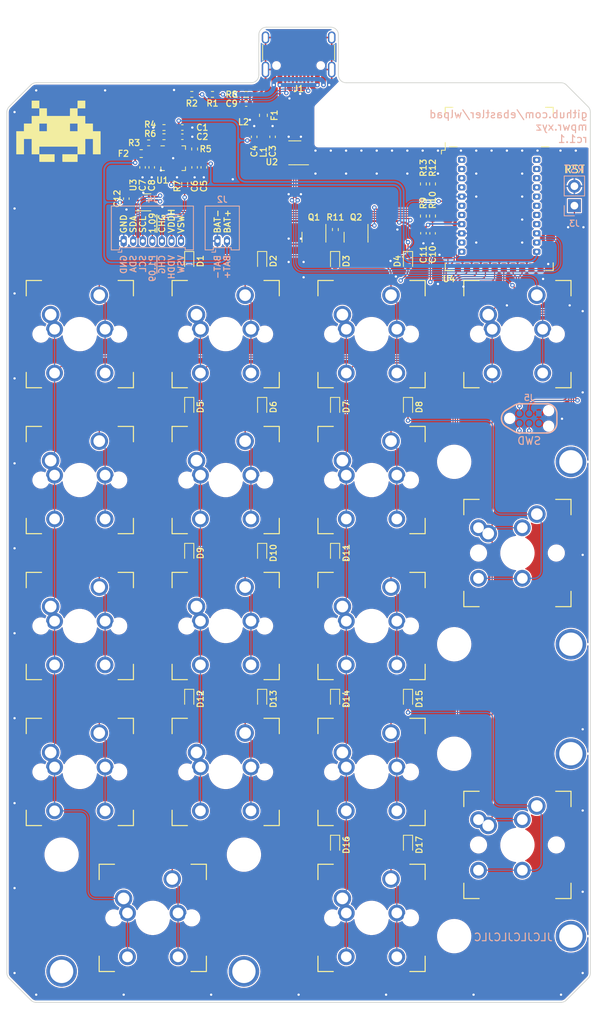
<source format=kicad_pcb>
(kicad_pcb (version 20221018) (generator pcbnew)
  (layers (0 "F.Cu" signal) (31 "B.Cu" signal) (34 "B.Paste" user) (35 "F.Paste" user) (36 "B.SilkS" user "B.Silkscreen") (37 "F.SilkS" user "F.Silkscreen") (38 "B.Mask" user) (39 "F.Mask" user) (44 "Edge.Cuts" user))
  (net 0 "")
  (net 1 "r0")
  (net 2 "r1")
  (net 3 "r2")
  (net 4 "r3")
  (net 5 "r4")
  (net 6 "c0")
  (net 7 "c1")
  (net 8 "c2")
  (net 9 "c3")
  (net 10 "+5V")
  (net 11 "Earth")
  (net 12 "Net-(C9-Pad2)")
  (net 13 "+VSW")
  (net 14 "/VBAT")
  (net 15 "VBUS")
  (net 16 "Net-(F1-Pad2)")
  (net 17 "Net-(D1-A)")
  (net 18 "USB_D+")
  (net 19 "USB_D-")
  (net 20 "Net-(D2-A)")
  (net 21 "Net-(D3-A)")
  (net 22 "Net-(D4-A)")
  (net 23 "/TMR")
  (net 24 "/ILIM")
  (net 25 "Net-(D5-A)")
  (net 26 "LED_CHG")
  (net 27 "Net-(D6-A)")
  (net 28 "Net-(D7-A)")
  (net 29 "Net-(D8-A)")
  (net 30 "GND")
  (net 31 "VDD")
  (net 32 "SWDIO")
  (net 33 "RST")
  (net 34 "SWDCLK")
  (net 35 "+BATT")
  (net 36 "ALERT")
  (net 37 "SDA")
  (net 38 "SCL")
  (net 39 "P1.09")
  (net 40 "VDDH")
  (net 41 "Net-(D9-A)")
  (net 42 "Net-(D10-A)")
  (net 43 "VSW_EN")
  (net 44 "Net-(D11-A)")
  (net 45 "Net-(D12-A)")
  (net 46 "Net-(D13-A)")
  (net 47 "Net-(D14-A)")
  (net 48 "Net-(D15-A)")
  (net 49 "Net-(D16-A)")
  (net 50 "Net-(D17-A)")
  (net 51 "Net-(J1-CC1)")
  (net 53 "Net-(J1-CC2)")
  (net 56 "Net-(Q1-G)")
  (net 57 "Net-(Q2-G)")
  (net 58 "Net-(U1-TS)")
  (net 59 "Net-(U1-ISET)")
  (net 60 "Net-(U1-~{CHG})")
  (footprint "PCM_marbastlib-mx:SW_MX_1u" (layer "F.Cu") (at 38.1 38.1)
    (fp_text reference "SW22" hide)
    (fp_text value "SW")
  )
  (footprint "Diode_SMD:D_SOD-523" (layer "F.Cu") (at 14.2875 28.575 -90)
    (fp_text reference "D9")
    (fp_text value "1N4148WT")
  )
  (footprint "Resistor_SMD:R_0402_1005Metric" (layer "F.Cu") (at 44.867893 -15.411 -90)
    (fp_text reference "R9")
    (fp_text value "5k1")
  )
  (footprint "Capacitor_SMD:C_0402_1005Metric" (layer "F.Cu") (at 13.391011 -26.963)
    (fp_text reference "C1")
    (fp_text value "4.7u")
  )
  (footprint "Package_DFN_QFN:DFN-8-1EP_2x2mm_P0.5mm_EP0.7x1.3mm" (layer "F.Cu") (at 8.284761 -17.203)
    (fp_text reference "U3")
    (fp_text value "MAX17048")
  )
  (footprint "PCM_marbastlib-mx:SW_MX_1u" (layer "F.Cu") (at 0 0)
    (fp_text reference "SW2" hide)
    (fp_text value "SW")
  )
  (footprint "Resistor_SMD:R_0402_1005Metric" (layer "F.Cu") (at 46.067893 -15.411 -90)
    (fp_text reference "R10")
    (fp_text value "5k1")
  )
  (footprint "PCM_marbastlib-mx:SW_MX_1u" (layer "F.Cu") (at 19.05 19.05)
    (fp_text reference "SW12" hide)
    (fp_text value "SW")
  )
  (footprint "Resistor_SMD:R_0402_1005Metric" (layer "F.Cu") (at 13.691011 -19.663 -90)
    (fp_text reference "R7")
    (fp_text value "10k")
  )
  (footprint "Diode_SMD:D_SOD-523" (layer "F.Cu") (at 33.3375 9.525 -90)
    (fp_text reference "D7")
    (fp_text value "1N4148WT")
  )
  (footprint "PCM_marbastlib-mx:SW_MX_1u" (layer "F.Cu") (at 9.525 76.2)
    (fp_text reference "SW32" hide)
    (fp_text value "SW")
  )
  (footprint "Package_DFN_QFN:VQFN-16-1EP_3x3mm_P0.5mm_EP1.6x1.6mm" (layer "F.Cu") (at 12.191011 -22.963)
    (fp_text reference "U1")
    (fp_text value "BQ24075RGT")
  )
  (footprint "PCM_marbastlib-mx:SW_MX_1u" (layer "F.Cu") (at 0 38.1)
    (fp_text reference "SW18" hide)
    (fp_text value "SW")
  )
  (footprint "PCM_marbastlib-hitek:SW_HiTek_1u" (layer "F.Cu") (at 0 0)
    (fp_text reference "SW1" hide)
    (fp_text value "SW")
  )
  (footprint "Diode_SMD:D_SOD-523" (layer "F.Cu") (at 23.8125 -9.525 -90)
    (fp_text reference "D2")
    (fp_text value "1N4148WT")
  )
  (footprint "Package_TO_SOT_SMD:SOT-23" (layer "F.Cu") (at 30.575 -12.651 -90)
    (fp_text reference "Q1")
    (fp_text value "AO3401A")
  )
  (footprint "PCM_marbastlib-hitek:SW_HiTek_1u" (layer "F.Cu") (at 0 19.05)
    (fp_text reference "SW9" hide)
    (fp_text value "SW")
  )
  (footprint "PCM_marbastlib-hitek:SW_HiTek_1u" (layer "F.Cu") (at 19.05 0)
    (fp_text reference "SW3" hide)
    (fp_text value "SW")
  )
  (footprint "PCM_marbastlib-hitek:SW_HiTek_1u" (layer "F.Cu") (at 38.1 19.05)
    (fp_text reference "SW13" hide)
    (fp_text value "SW")
  )
  (footprint "Capacitor_SMD:C_0402_1005Metric" (layer "F.Cu") (at 22.775 -25.751 90)
    (fp_text reference "C4")
    (fp_text value "1u")
  )
  (footprint "Resistor_SMD:R_0402_1005Metric" (layer "F.Cu") (at 44.867893 -19.601 90)
    (fp_text reference "R13")
    (fp_text value "10k")
  )
  (footprint "Package_TO_SOT_SMD:SOT-23" (layer "F.Cu") (at 36.075 -12.651 -90)
    (fp_text reference "Q2")
    (fp_text value "2N7002")
  )
  (footprint "Diode_SMD:D_SOD-523" (layer "F.Cu") (at 14.2875 47.625 -90)
    (fp_text reference "D12")
    (fp_text value "1N4148WT")
  )
  (footprint "PCM_marbastlib-mx:STAB_MX_P_2u" (layer "F.Cu") (at 57.15 28.575 -90)
    (fp_text reference "S1" hide)
    (fp_text value "MX_stab")
  )
  (footprint "Resistor_SMD:R_0402_1005Metric" (layer "F.Cu") (at 21.725 -31.293 180)
    (fp_text reference "R8")
    (fp_text value "1M")
  )
  (footprint "PCM_marbastlib-hitek:SW_HiTek_1u" (layer "F.Cu") (at 0 57.15)
    (fp_text reference "SW23" hide)
    (fp_text value "SW")
  )
  (footprint "PCM_marbastlib-mx:SW_MX_1u" (layer "F.Cu") (at 19.05 57.15)
    (fp_text reference "SW26" hide)
    (fp_text value "SW")
  )
  (footprint "PCM_marbastlib-hitek:SW_HiTek_1u" (layer "F.Cu") (at 19.05 38.1)
    (fp_text reference "SW19" hide)
    (fp_text value "SW")
  )
  (footprint "PCM_marbastlib-hitek:SW_HiTek_1u" (layer "F.Cu") (at 9.525 76.2)
    (fp_text reference "SW31" hide)
    (fp_text value "SW")
  )
  (footprint "Resistor_SMD:R_0402_1005Metric" (layer "F.Cu") (at 46.067893 -19.601 90)
    (fp_text reference "R12")
    (fp_text value "100R")
  )
  (footprint "Resistor_SMD:R_0402_1005Metric" (layer "F.Cu") (at 17.325 -31.290427 180)
    (fp_text reference "R1")
    (fp_text value "5k1")
  )
  (footprint "PCM_marbastlib-various:USB_C_Receptacle_HRO_TYPE-C-31-M-12" (layer "F.Cu") (at 28.575 -37.663 180)
    (fp_text reference "J1")
    (fp_text value "USB_C_Receptacle_USB2.0")
  )
  (footprint "Diode_SMD:D_SOD-523" (layer "F.Cu") (at 33.3375 28.575 -90)
    (fp_text reference "D11")
    (fp_text value "1N4148WT")
  )
  (footprint "Diode_SMD:D_SOD-523" (layer "F.Cu") (at 14.2875 9.525 -90)
    (fp_text reference "D5")
    (fp_text value "1N4148WT")
  )
  (footprint "Diode_SMD:D_SOD-523" (layer "F.Cu") (at 42.8625 -9.525 -90)
    (fp_text reference "D4")
    (fp_text value "1N4148WT")
  )
  (footprint "Resistor_SMD:R_0402_1005Metric" (layer "F.Cu") (at 14.625 -31.290427 180)
    (fp_text reference "R2")
    (fp_text value "5k1")
  )
  (footprint "PCM_marbastlib-mx:SW_MX_1u" (layer "F.Cu") (at 57.15 66.675)
    (fp_text reference "SW30" hide)
    (fp_text value "SW")
  )
  (footprint "PCM_marbastlib-mx:SW_MX_1u" (layer "F.Cu") (at 57.15 0)
    (fp_text reference "SW8" hide)
    (fp_text value "SW")
  )
  (footprint "Capacitor_SMD:C_0402_1005Metric" (layer "F.Cu") (at 46.075 -13.151 90)
    (fp_text reference "C10")
    (fp_text value "100n")
  )
  (footprint "Package_TO_SOT_SMD:SOT-23-6" (layer "F.Cu") (at 28.075 -23.663 180)
    (fp_text reference "U2")
    (fp_text value "SRV05-4")
  )
  (footprint "PCM_marbastlib-hitek:SW_HiTek_1u" (layer "F.Cu") (at 0 38.1)
    (fp_text reference "SW17" hide)
    (fp_text value "SW")
  )
  (footprint "Resistor_SMD:R_0402_1005Metric" (layer "F.Cu") (at 14.991011 -24.163 90)
    (fp_text reference "R5")
    (fp_text value "2k2")
  )
  (footprint "PCM_marbastlib-hitek:SW_HiTek_1u" (layer "F.Cu") (at 38.1 0)
    (fp_text reference "SW5" hide)
    (fp_text value "SW")
  )
  (footprint "PCM_marbastlib-hitek:SW_HiTek_1u" (layer "F.Cu") (at 38.1 38.1)
    (fp_text reference "SW21" hide)
    (fp_text value "SW")
  )
  (footprint "PCM_marbastlib-mx:SW_MX_1u" (layer "F.Cu") (at 38.1 0)
    (fp_text reference "SW6" hide)
    (fp_text value "SW")
  )
  (footprint "PCM_marbastlib-mx:STAB_MX_P_2u" (layer "F.Cu") (at 57.15 66.675 -90)
    (fp_text reference "S2" hide)
    (fp_text value "MX_stab")
  )
  (footprint "PCM_marbastlib-mx:SW_MX_1u" (layer "F.Cu") (at 19.05 0)
    (fp_text reference "SW4" hide)
    (fp_text value "SW")
  )
  (footprint "Diode_SMD:D_SOD-523" (layer "F.Cu") (at 23.8125 9.525 -90)
    (fp_text reference "D6")
    (fp_text value "1N4148WT")
  )
  (footprint "PCM_marbastlib-hitek:SW_HiTek_1u" (layer "F.Cu") (at 57.15 66.675 -90)
    (fp_text reference "SW29" hide)
    (fp_text value "SW")
  )
  (footprint "Capacitor_SMD:C_0402_1005Metric" (layer "F.Cu") (at 44.875 -13.165 -90)
    (fp_text reference "C11")
    (fp_text value "100n")
  )
  (footprint "Fuse:Fuse_0603_1608Metric" (layer "F.Cu") (at 8.016011 -23.563)
    (fp_text reference "F2")
    (fp_text value "500mA")
  )
  (footprint "Capacitor_SMD:C_0402_1005Metric" (layer "F.Cu") (at 9.391011 -21.763 -90)
    (fp_text reference "C8")
    (fp_text value "1u")
  )
  (footprint "PCM_marbastlib-hitek:SW_HiTek_1u" (layer "F.Cu") (at 19.05 57.15)
    (fp_text reference "SW25" hide)
    (fp_text value "SW")
  )
  (footprint "PCM_marbastlib-mx:SW_MX_1u" (layer "F.Cu") (at 19.05 38.1)
    (fp_text reference "SW20" hide)
    (fp_text value "SW")
  )
  (footprint "PCM_marbastlib-mx:SW_MX_1u" (layer "F.Cu") (at 38.1 19.05)
    (fp_text reference "SW14" hide)
    (fp_text value "SW")
  )
  (footprint "Capacitor_SMD:C_0402_1005Metric" (layer "F.Cu") (at 25.175 -25.751 90)
    (fp_text reference "C3")
    (fp_text value "4.7u")
  )
  (footprint "Diode_SMD:D_SOD-523" (layer "F.Cu") (at 14.2875 -9.525 -90)
    (fp_text reference "D1")
    (fp_text value "1N4148WT")
  )
  (footprint "Fuse:Fuse_0603_1608Metric" (layer "F.Cu") (at 23.975 -28.557 -90)
    (fp_text reference "F1")
    (fp_text value "500mA")
  )
  (footprint "Diode_SMD:D_SOD-523" (layer "F.Cu") (at 42.8625 47.625 -90)
    (fp_text reference "D15")
    (fp_text value "1N4148WT")
  )
  (footprint "PCM_marbastlib-mx:SW_MX_1u" (layer "F.Cu") (at 57.15 28.575)
    (fp_text reference "SW16" hide)
    (fp_text value "SW")
  )
  (footprint "Capacitor_SMD:C_0402_1005Metric" (layer "F.Cu") (at 16.191011 -21.763 -90)
    (fp_text reference "C5")
    (fp_text value "4.7u")
  )
  (footprint "PCM_marbastlib-hitek:SW_HiTek_1u" (layer "F.Cu") (at 57.15 0)
    (fp_text reference "SW7" hide)
    (fp_text value "SW")
  )
  (footprint "PCM_marbastlib-mx:SW_MX_1u" (layer "F.Cu") (at 0 19.05)
    (fp_text reference "SW10" hide)
    (fp_text value "SW")
  )
  (footprint "PCM_marbastlib-hitek:SW_HiTek_1u" (layer "F.Cu") (at 19.05 19.05)
    (fp_text reference "SW11" hide)
    (fp_text value "SW")
  )
  (footprint "Diode_SMD:D_SOD-523" (layer "F.Cu") (at 42.8625 66.675 -90)
    (fp_text reference "D17")
    (fp_text value "1N4148WT")
  )
  (footprint "Capacitor_SMD:C_0402_1005Metric" (layer "F.Cu") (at 8.191011 -21.763 -90)
    (fp_text reference "C7")
    (fp_text value "4.7u")
  )
  (footprint "Diode_SMD:D_SOD-523" (layer "F.Cu") (at 42.8625 9.525 -90)
    (fp_text reference "D8")
    (fp_text value "1N4148WT")
  )
  (footprint "Capacitor_SMD:C_0402_1005Metric" (layer "F.Cu") (at 14.991011 -21.763 -90)
    (fp_text reference "C6")
    (fp_text value "1u")
  )
  (footprint "Inductor_SMD:L_0402_1005Metric" (layer "F.Cu") (at 21.725 -28.893)
    (fp_text reference "L2")
    (fp_text value "BLM15PX121SN1D")
  )
  (footprint "Diode_SMD:D_SOD-523" (layer "F.Cu") (at 33.3375 47.625 -90)
    (fp_text reference "D14")
    (fp_text value "1N4148WT")
  )
  (footprint "Capacitor_SMD:C_0402_1005Metric" (layer "F.Cu") (at 6.075 -17.683 -90)
    (fp_text reference "C12")
    (fp_text value "100n")
  )
  (footprint "Diode_SMD:D_SOD-523" (layer "F.Cu") (at 33.3375 66.675 -90)
    (fp_text reference "D16")
    (fp_text value "1N4148WT")
  )
  (footprint "Capacitor_SMD:C_0402_1005Metric" (layer "F.Cu") (at 13.391011 -25.763)
    (fp_text reference "C2")
    (fp_text value "1u")
  )
  (footprint "Diode_SMD:D_SOD-523" (layer "F.Cu") (at 23.8125 28.575 -90)
    (fp_text reference "D10")
    (fp_text value "1N4148WT")
  )
  (footprint "PCM_marbastlib-xp-various:nRF52840_moko_mk08_HS" (layer "F.Cu") (at 54.775 -18.951)
    (fp_text reference "U4")
    (fp_text value "nRF52840_moko_mk08")
  )
  (footprint "Capacitor_SMD:C_0402_1005Metric" (layer "F.Cu") (at 21.725 -30.093 180)
    (fp_text reference "C9")
    (fp_text value "100n")
  )
  (footprint "PCM_marbastlib-mx:SW_MX_1u" (layer "F.Cu") (at 38.1 76.2)
    (fp_text reference "SW34" hide)
    (fp_text value "SW")
  )
  (footprint "Diode_SMD:D_SOD-523" (layer "F.Cu") (at 33.3375 -9.525 -90)
    (fp_text reference "D3")
    (fp_text value "1N4148WT")
  )
  (footprint "logo-branding:SI" (layer "F.Cu") (at -2.793 -26.477011)
    (fp_text reference "G***" hide)
    (fp_text value "LOGO" hide)
  )
  (footprint "Inductor_SMD:L_0402_1005Metric" (layer "F.Cu") (at 23.975 -25.751 -90)
    (fp_text reference "L1")
    (fp_text value "BLM15PX121SN1D")
  )
  (footprint "PCM_marbastlib-hitek:SW_HiTek_1u" (layer "F.Cu") (at 38.1 57.15)
    (fp_text reference "SW27" hide)
    (fp_text value "SW")
  )
  (footprint "Resistor_SMD:R_0402_1005Metric" (layer "F.Cu") (at 10.991011 -26.963 180)
    (fp_text reference "R4")
    (fp_text value "22k")
  )
  (footprint "PCM_marbastlib-mx:SW_MX_1u" (layer "F.Cu") (at 38.1 57.15)
    (fp_text reference "SW28" hide)
    (fp_text value "SW")
  )
  (footprint "Resistor_SMD:R_0402_1005Metric" (layer "F.Cu") (at 10.991011 -25.763 180)
    (fp_text reference "R6")
    (fp_text value "2k2")
  )
  (footprint "PCM_marbastlib-hitek:SW_HiTek_1u" (layer "F.Cu") (at 38.1 76.2)
    (fp_text reference "SW33" hide)
    (fp_text value "SW")
  )
  (footprint "Resistor_SMD:R_0402_1005Metric" (layer "F.Cu") (at 8.991011 -24.963 180)
    (fp_text reference "R3")
    (fp_text value "10k")
  )
  (footprint "PCM_marbastlib-hitek:SW_HiTek_1u" (layer "F.Cu") (at 57.15 28.575 -90)
    (fp_text reference "SW15" hide)
    (fp_text value "SW")
  )
  (footprint "PCM_marbastlib-mx:STAB_MX_P_2u" (layer "F.Cu") (at 9.525 76.2 180)
    (fp_text reference "S3" hide)
    (fp_text value "MX_stab")
  )
  (footprint "PCM_marbastlib-mx:SW_MX_1u" (layer "F.Cu") (at 0 57.15)
    (fp_text reference "SW24" hide)
    (fp_text value "SW")
  )
  (footprint "Resistor_SMD:R_0402_1005Metric" (layer "F.Cu") (at 33.375 -13.651 90)
    (fp_text reference "R11")
    (fp_text value "10k")
  )
  (footprint "Diode_SMD:D_SOD-523" (layer "F.Cu") (at 23.8125 47.625 -90)
    (fp_text reference "D13")
    (fp_text value "1N4148WT")
  )
  (footprint "PCM_marbastlib-various:CON_TC2030_outlined" (layer "B.Cu") (at 58.687011 11.000489)
    (fp_text reference "J5")
    (fp_text value "TC2030_SWD" hide)
  )
  (footprint "Connector_PinHeader_2.54mm:PinHeader_1x02_P2.54mm_Vertical" (layer "B.Cu") (at 64.595 -16.76875)
    (fp_text reference "J3")
    (fp_text value "RST")
  )
  (footprint "Connector_Molex:Molex_PicoBlade_53048-0710_1x07_P1.25mm_Horizontal" (layer "B.Cu") (at 5.725 -12.153)
    (fp_text reference "J4")
    (fp_text value "ext")
  )
  (footprint "Connector_Molex:Molex_PicoBlade_53048-0210_1x02_P1.25mm_Horizontal" (layer "B.Cu") (at 17.975 -12.153)
    (fp_text reference "J2")
    (fp_text value "BAT")
  )
  (gr_line (start -7 7) (end -5 7) (stroke (width 0.15)) (layer "F.SilkS"))
  (gr_line (start 12.05 -7) (end 12.05 -5) (stroke (width 0.15)) (layer "F.SilkS"))
  (gr_line (start 31.1 12.05) (end 33.1 12.05) (stroke (width 0.15)) (layer "F.SilkS"))
  (gr_line (start 12.05 50.15) (end 12.05 52.15) (stroke (width 0.15)) (layer "F.SilkS"))
  (gr_line (start 16.525 69.2) (end 14.525 69.2) (stroke (width 0.15)) (layer "F.SilkS"))
  (gr_line (start 31.1 12.05) (end 31.1 14.05) (stroke (width 0.15)) (layer "F.SilkS"))
  (gr_line (start 26.05 7) (end 24.05 7) (stroke (width 0.15)) (layer "F.SilkS"))
  (gr_line (start 50.15 73.675) (end 50.15 71.675) (stroke (width 0.15)) (layer "F.SilkS"))
  (gr_line (start 64.15 59.675) (end 64.15 61.675) (stroke (width 0.15)) (layer "F.SilkS"))
  (gr_line (start 26.05 50.15) (end 24.05 50.15) (stroke (width 0.15)) (layer "F.SilkS"))
  (gr_line (start 50.15 59.675) (end 50.15 61.675) (stroke (width 0.15)) (layer "F.SilkS"))
  (gr_line (start -7 50.15) (end -5 50.15) (stroke (width 0.15)) (layer "F.SilkS"))
  (gr_line (start 64.15 -7) (end 64.15 -5) (stroke (width 0.15)) (layer "F.SilkS"))
  (gr_line (start 64.15 7) (end 62.15 7) (stroke (width 0.15)) (layer "F.SilkS"))
  (gr_line (start 26.05 12.05) (end 24.05 12.05) (stroke (width 0.15)) (layer "F.SilkS"))
  (gr_line (start 7 7) (end 7 5) (stroke (width 0.15)) (layer "F.SilkS"))
  (gr_line (start 26.05 12.05) (end 26.05 14.05) (stroke (width 0.15)) (layer "F.SilkS"))
  (gr_line (start 31.1 7) (end 31.1 5) (stroke (width 0.15)) (layer "F.SilkS"))
  (gr_line (start -7 31.1) (end -7 33.1) (stroke (width 0.15)) (layer "F.SilkS"))
  (gr_line (start 26.05 64.15) (end 24.05 64.15) (stroke (width 0.15)) (layer "F.SilkS"))
  (gr_line (start 64.15 59.675) (end 62.15 59.675) (stroke (width 0.15)) (layer "F.SilkS"))
  (gr_line (start 45.1 64.15) (end 45.1 62.15) (stroke (width 0.15)) (layer "F.SilkS"))
  (gr_line (start -7 12.05) (end -7 14.05) (stroke (width 0.15)) (layer "F.SilkS"))
  (gr_line (start 12.05 45.1) (end 12.05 43.1) (stroke (width 0.15)) (layer "F.SilkS"))
  (gr_line (start 26.05 7) (end 26.05 5) (stroke (width 0.15)) (layer "F.SilkS"))
  (gr_line (start 26.05 50.15) (end 26.05 52.15) (stroke (width 0.15)) (layer "F.SilkS"))
  (gr_line (start 31.1 26.05) (end 31.1 24.05) (stroke (width 0.15)) (layer "F.SilkS"))
  (gr_line (start 7 -7) (end 5 -7) (stroke (width 0.15)) (layer "F.SilkS"))
  (gr_line (start -7 -7) (end -5 -7) (stroke (width 0.15)) (layer "F.SilkS"))
  (gr_line (start 31.1 7) (end 33.1 7) (stroke (width 0.15)) (layer "F.SilkS"))
  (gr_line (start 50.15 7) (end 52.15 7) (stroke (width 0.15)) (layer "F.SilkS"))
  (gr_line (start 7 31.1) (end 7 33.1) (stroke (width 0.15)) (layer "F.SilkS"))
  (gr_line (start 31.1 64.15) (end 31.1 62.15) (stroke (width 0.15)) (layer "F.SilkS"))
  (gr_line (start 12.05 12.05) (end 12.05 14.05) (stroke (width 0.15)) (layer "F.SilkS"))
  (gr_line (start 16.525 83.2) (end 16.525 81.2) (stroke (width 0.15)) (layer "F.SilkS"))
  (gr_line (start 31.1 26.05) (end 33.1 26.05) (stroke (width 0.15)) (layer "F.SilkS"))
  (gr_line (start 45.1 31.1) (end 45.1 33.1) (stroke (width 0.15)) (layer "F.SilkS"))
  (gr_line (start 64.15 -7) (end 62.15 -7) (stroke (width 0.15)) (layer "F.SilkS"))
  (gr_line (start 50.15 35.575) (end 52.15 35.575) (stroke (width 0.15)) (layer "F.SilkS"))
  (gr_line (start 50.15 7) (end 50.15 5) (stroke (width 0.15)) (layer "F.SilkS"))
  (gr_line (start 50.15 35.575) (end 50.15 33.575) (stroke (width 0.15)) (layer "F.SilkS"))
  (gr_line (start 26.05 26.05) (end 24.05 26.05) (stroke (width 0.15)) (layer "F.SilkS"))
  (gr_line (start 7 50.15) (end 7 52.15) (stroke (width 0.15)) (layer "F.SilkS"))
  (gr_line (start 45.1 45.1) (end 45.1 43.1) (stroke (width 0.15)) (layer "F.SilkS"))
  (gr_line (start 31.1 50.15) (end 31.1 52.15) (stroke (width 0.15)) (layer "F.SilkS"))
  (gr_line (start 7 31.1) (end 5 31.1) (stroke (width 0.15)) (layer "F.SilkS"))
  (gr_line (start 7 12.05) (end 5 12.05) (stroke (width 0.15)) (layer "F.SilkS"))
  (gr_line (start 64.15 21.575) (end 62.15 21.575) (stroke (width 0.15)) (layer "F.SilkS"))
  (gr_line (start -7 64.15) (end -7 62.15) (stroke (width 0.15)) (layer "F.SilkS"))
  (gr_line (start 7 26.05) (end 5 26.05) (stroke (width 0.15)) (layer "F.SilkS"))
  (gr_line (start 50.15 -7) (end 52.15 -7) (stroke (width 0.15)) (layer "F.SilkS"))
  (gr_line (start 12.05 7) (end 12.05 5) (stroke (width 0.15)) (layer "F.SilkS"))
  (gr_line (start 31.1 50.15) (end 33.1 50.15) (stroke (width 0.15)) (layer "F.SilkS"))
  (gr_line (start 31.1 45.1) (end 31.1 43.1) (stroke (width 0.15)) (layer "F.SilkS"))
  (gr_line (start 7 50.15) (end 5 50.15) (stroke (width 0.15)) (layer "F.SilkS"))
  (gr_line (start 45.1 26.05) (end 43.1 26.05) (stroke (width 0.15)) (layer "F.SilkS"))
  (gr_line (start 2.525 69.2) (end 2.525 71.2) (stroke (width 0.15)) (layer "F.SilkS"))
  (gr_line (start 12.05 26.05) (end 14.05 26.05) (stroke (width 0.15)) (layer "F.SilkS"))
  (gr_line (start 45.1 7) (end 43.1 7) (stroke (width 0.15)) (layer "F.SilkS"))
  (gr_line (start 45.1 69.2) (end 43.1 69.2) (stroke (width 0.15)) (layer "F.SilkS"))
  (gr_line (start 31.1 64.15) (end 33.1 64.15) (stroke (width 0.15)) (layer "F.SilkS"))
  (gr_line (start 50.15 59.675) (end 52.15 59.675) (stroke (width 0.15)) (layer "F.SilkS"))
  (gr_line (start 64.15 7) (end 64.15 5) (stroke (width 0.15)) (layer "F.SilkS"))
  (gr_line (start 2.525 83.2) (end 4.525 83.2) (stroke (width 0.15)) (layer "F.SilkS"))
  (gr_line (start 64.15 35.575) (end 64.15 33.575) (stroke (width 0.15)) (layer "F.SilkS"))
  (gr_line (start 26.05 -7) (end 26.05 -5) (stroke (width 0.15)) (layer "F.SilkS"))
  (gr_line (start 45.1 50.15) (end 43.1 50.15) (stroke (width 0.15)) (layer "F.SilkS"))
  (gr_line (start 31.1 -7) (end 33.1 -7) (stroke (width 0.15)) (layer "F.SilkS"))
  (gr_line (start 16.525 69.2) (end 16.525 71.2) (stroke (width 0.15)) (layer "F.SilkS"))
  (gr_line (start 12.05 31.1) (end 14.05 31.1) (stroke (width 0.15)) (layer "F.SilkS"))
  (gr_line (start 50.15 73.675) (end 52.15 73.675) (stroke (width 0.15)) (layer "F.SilkS"))
  (gr_line (start 26.05 45.1) (end 26.05 43.1) (stroke (width 0.15)) (layer "F.SilkS"))
  (gr_line (start 31.1 69.2) (end 31.1 71.2) (stroke (width 0.15)) (layer "F.SilkS"))
  (gr_line (start 12.05 12.05) (end 14.05 12.05) (stroke (width 0.15)) (layer "F.SilkS"))
  (gr_line (start 31.1 69.2) (end 33.1 69.2) (stroke (width 0.15)) (layer "F.SilkS"))
  (gr_line (start 45.1 12.05) (end 43.1 12.05) (stroke (width 0.15)) (layer "F.SilkS"))
  (gr_line (start 50.15 -7) (end 50.15 -5) (stroke (width 0.15)) (layer "F.SilkS"))
  (gr_line (start 31.1 31.1) (end 33.1 31.1) (stroke (width 0.15)) (layer "F.SilkS"))
  (gr_line (start -7 7) (end -7 5) (stroke (width 0.15)) (layer "F.SilkS"))
  (gr_line (start -7 31.1) (end -5 31.1) (stroke (width 0.15)) (layer "F.SilkS"))
  (gr_line (start 26.05 26.05) (end 26.05 24.05) (stroke (width 0.15)) (layer "F.SilkS"))
  (gr_line (start -7 26.05) (end -5 26.05) (stroke (width 0.15)) (layer "F.SilkS"))
  (gr_line (start 45.1 50.15) (end 45.1 52.15) (stroke (width 0.15)) (layer "F.SilkS"))
  (gr_line (start -7 12.05) (end -5 12.05) (stroke (width 0.15)) (layer "F.SilkS"))
  (gr_line (start 2.525 69.2) (end 4.525 69.2) (stroke (width 0.15)) (layer "F.SilkS"))
  (gr_line (start 7 26.05) (end 7 24.05) (stroke (width 0.15)) (layer "F.SilkS"))
  (gr_line (start 7 64.15) (end 7 62.15) (stroke (width 0.15)) (layer "F.SilkS"))
  (gr_line (start -7 26.05) (end -7 24.05) (stroke (width 0.15)) (layer "F.SilkS"))
  (gr_line (start 12.05 7) (end 14.05 7) (stroke (width 0.15)) (layer "F.SilkS"))
  (gr_line (start 45.1 7) (end 45.1 5) (stroke (width 0.15)) (layer "F.SilkS"))
  (gr_line (start 26.05 31.1) (end 26.05 33.1) (stroke (width 0.15)) (layer "F.SilkS"))
  (gr_line (start 64.15 21.575) (end 64.15 23.575) (stroke (width 0.15)) (layer "F.SilkS"))
  (gr_line (start 2.525 83.2) (end 2.525 81.2) (stroke (width 0.15)) (layer "F.SilkS"))
  (gr_line (start -7 45.1) (end -5 45.1) (stroke (width 0.15)) (layer "F.SilkS"))
  (gr_line (start 45.1 83.2) (end 43.1 83.2) (stroke (width 0.15)) (layer "F.SilkS"))
  (gr_line (start 7 7) (end 5 7) (stroke (width 0.15)) (layer "F.SilkS"))
  (gr_line (start 45.1 -7) (end 43.1 -7) (stroke (width 0.15)) (layer "F.SilkS"))
  (gr_line (start 64.15 73.675) (end 64.15 71.675) (stroke (width 0.15)) (layer "F.SilkS"))
  (gr_line (start 16.525 83.2) (end 14.525 83.2) (stroke (width 0.15)) (layer "F.SilkS"))
  (gr_line (start 12.05 50.15) (end 14.05 50.15) (stroke (width 0.15)) (layer "F.SilkS"))
  (gr_line (start 26.05 45.1) (end 24.05 45.1) (stroke (width 0.15)) (layer "F.SilkS"))
  (gr_line (start 45.1 64.15) (end 43.1 64.15) (stroke (width 0.15)) (layer "F.SilkS"))
  (gr_line (start 7 12.05) (end 7 14.05) (stroke (width 0.15)) (layer "F.SilkS"))
  (gr_line (start 64.15 41.199348) (end 64.15 39.199348) (stroke (width 0.15)) (layer "F.SilkS"))
  (gr_line (start 31.1 83.2) (end 31.1 81.2) (stroke (width 0.15)) (layer "F.SilkS"))
  (gr_line (start 12.05 -7) (end 14.05 -7) (stroke (width 0.15)) (layer "F.SilkS"))
  (gr_line (start 12.05 64.15) (end 14.05 64.15) (stroke (width 0.15)) (layer "F.SilkS"))
  (gr_line (start 64.15 73.675) (end 62.15 73.675) (stroke (width 0.15)) (layer "F.SilkS"))
  (gr_line (start 12.05 31.1) (end 12.05 33.1) (stroke (width 0.15)) (layer "F.SilkS"))
  (gr_line (start 45.1 12.05) (end 45.1 14.05) (stroke (width 0.15)) (layer "F.SilkS"))
  (gr_line (start 31.1 45.1) (end 33.1 45.1) (stroke (width 0.15)) (layer "F.SilkS"))
  (gr_line (start 45.1 69.2) (end 45.1 71.2) (stroke (width 0.15)) (layer "F.SilkS"))
  (gr_line (start 45.1 31.1) (end 43.1 31.1) (stroke (width 0.15)) (layer "F.SilkS"))
  (gr_line (start 12.05 45.1) (end 14.05 45.1) (stroke (width 0.15)) (layer "F.SilkS"))
  (gr_line (start 7 45.1) (end 7 43.1) (stroke (width 0.15)) (layer "F.SilkS"))
  (gr_line (start 50.15 21.575) (end 50.15 23.575) (stroke (width 0.15)) (layer "F.SilkS"))
  (gr_line (start -7 64.15) (end -5 64.15) (stroke (width 0.15)) (layer "F.SilkS"))
  (gr_line (start 26.05 -7) (end 24.05 -7) (stroke (width 0.15)) (layer "F.SilkS"))
  (gr_line (start 45.1 83.2) (end 45.1 81.2) (stroke (width 0.15)) (layer "F.SilkS"))
  (gr_line (start 45.1 45.1) (end 43.1 45.1) (stroke (width 0.15)) (layer "F.SilkS"))
  (gr_line (start 7 -7) (end 7 -5) (stroke (width 0.15)) (layer "F.SilkS"))
  (gr_line (start 64.15 35.575) (end 62.15 35.575) (stroke (width 0.15)) (layer "F.SilkS"))
  (gr_line (start 45.1 -7) (end 45.1 -5) (stroke (width 0.15)) (layer "F.SilkS"))
  (gr_line (start 12.05 64.15) (end 12.05 62.15) (stroke (width 0.15)) (layer "F.SilkS"))
  (gr_line (start 50.15 21.575) (end 52.15 21.575) (stroke (width 0.15)) (layer "F.SilkS"))
  (gr_line (start -7 50.15) (end -7 52.15) (stroke (width 0.15)) (layer "F.SilkS"))
  (gr_line (start 12.05 26.05) (end 12.05 24.05) (stroke (width 0.15)) (layer "F.SilkS"))
  (gr_line (start 31.1 31.1) (end 31.1 33.1) (stroke (width 0.15)) (layer "F.SilkS"))
  (gr_line (start 31.1 83.2) (end 33.1 83.2) (stroke (width 0.15)) (layer "F.SilkS"))
  (gr_line (start 26.05 31.1) (end 24.05 31.1) (stroke (width 0.15)) (layer "F.SilkS"))
  (gr_line (start 7 64.15) (end 5 64.15) (stroke (width 0.15)) (layer "F.SilkS"))
  (gr_line (start 26.05 64.15) (end 26.05 62.15) (stroke (width 0.15)) (layer "F.SilkS"))
  (gr_line (start -7 45.1) (end -7 43.1) (stroke (width 0.15)) (layer "F.SilkS"))
  (gr_line (start 7 45.1) (end 5 45.1) (stroke (width 0.15)) (layer "F.SilkS"))
  (gr_line (start 45.1 26.05) (end 45.1 24.05) (stroke (width 0.15)) (layer "F.SilkS"))
  (gr_line (start 31.1 -7) (end 31.1 -5) (stroke (width 0.15)) (layer "F.SilkS"))
  (gr_line (start -7 -7) (end -7 -5) (stroke (width 0.15)) (layer "F.SilkS"))
  (gr_line (start 24.375 -40.063) (end 32.775 -40.063) (stroke (width 0.1)) (layer "Edge.Cuts"))
  (gr_line (start 62.846573 87.225) (end -5.696573 87.225) (stroke (width 0.1)) (layer "Edge.Cuts"))
  (gr_line (start 23.375 -39.063) (end 23.375 -33.812) (stroke (width 0.1)) (layer "Edge.Cuts"))
  (gr_arc (start 66.382107 -29.69068) (mid 66.598883 -29.366255) (end 66.675 -28.983573) (stroke (width 0.1)) (layer "Edge.Cuts"))
  (gr_line (start 34.775 -32.812) (end 62.846573 -32.812) (stroke (width 0.1)) (layer "Edge.Cuts"))
  (gr_arc (start 63.55368 86.932107) (mid 63.229257 87.14888) (end 62.846573 87.225) (stroke (width 0.1)) (layer "Edge.Cuts"))
  (gr_arc (start -9.232107 84.10368) (mid -9.448871 83.779255) (end -9.525 83.396573) (stroke (width 0.1)) (layer "Edge.Cuts"))
  (gr_arc (start 32.775 -40.063) (mid 33.482107 -39.770107) (end 33.775 -39.063) (stroke (width 0.1)) (layer "Edge.Cuts"))
  (gr_line (start -9.232107 -29.69068) (end -6.40368 -32.519107) (stroke (width 0.1)) (layer "Edge.Cuts"))
  (gr_arc (start -5.696573 87.225) (mid -6.079262 87.148888) (end -6.40368 86.932107) (stroke (width 0.1)) (layer "Edge.Cuts"))
  (gr_arc (start 62.846573 -32.812) (mid 63.229257 -32.735882) (end 63.55368 -32.519107) (stroke (width 0.1)) (layer "Edge.Cuts"))
  (gr_line (start 66.675 -28.983573) (end 66.675 83.396573) (stroke (width 0.1)) (layer "Edge.Cuts"))
  (gr_line (start -9.525 -28.983573) (end -9.525 83.396573) (stroke (width 0.1)) (layer "Edge.Cuts"))
  (gr_arc (start 66.675 83.396573) (mid 66.59888 83.779257) (end 66.382107 84.10368) (stroke (width 0.1)) (layer "Edge.Cuts"))
  (gr_line (start 33.775 -39.063) (end 33.775 -33.812) (stroke (width 0.1)) (layer "Edge.Cuts"))
  (gr_arc (start 23.375 -39.063) (mid 23.667893 -39.770107) (end 24.375 -40.063) (stroke (width 0.1)) (layer "Edge.Cuts"))
  (gr_arc (start -9.525 -28.983573) (mid -9.448889 -29.36626) (end -9.232107 -29.69068) (stroke (width 0.1)) (layer "Edge.Cuts"))
  (gr_line (start -6.40368 86.932107) (end -9.232107 84.10368) (stroke (width 0.1)) (layer "Edge.Cuts"))
  (gr_arc (start 23.375 -33.812) (mid 23.082107 -33.104893) (end 22.375 -32.812) (stroke (width 0.1)) (layer "Edge.Cuts"))
  (gr_arc (start -6.40368 -32.519107) (mid -6.079253 -32.735872) (end -5.696573 -32.812) (stroke (width 0.1)) (layer "Edge.Cuts"))
  (gr_line (start 63.55368 -32.519107) (end 66.382107 -29.69068) (stroke (width 0.1)) (layer "Edge.Cuts"))
  (gr_arc (start 34.775 -32.812) (mid 34.067893 -33.104893) (end 33.775 -33.812) (stroke (width 0.1)) (layer "Edge.Cuts"))
  (gr_line (start -5.696573 -32.812) (end 22.375 -32.812) (stroke (width 0.1)) (layer "Edge.Cuts"))
  (gr_line (start 66.382107 84.10368) (end 63.55368 86.932107) (stroke (width 0.1)) (layer "Edge.Cuts"))
  (gr_text "SWD" (at 58.687011 13.93125) (layer "B.SilkS") (effects (font (size 1 1)) (justify mirror)))
  (gr_text "~{CHG}" (at 10.725 -10.403 90) (layer "B.SilkS") (effects (font (size 0.8 0.8)) (justify left mirror)))
  (gr_text "SCL" (at 8.225 -10.403 90) (layer "B.SilkS") (effects (font (size 0.8 0.8)) (justify left mirror)))
  (gr_text "VDDH" (at 11.975 -10.403 90) (layer "B.SilkS") (effects (font (size 0.8 0.8)) (justify left mirror)))
  (gr_text "RST" (at 64.595 -21.51875) (layer "B.SilkS") (effects (font (size 1 1)) (justify mirror)))
  (gr_text "github.com/ebastler/wlpad\nmpwr.xyz\nrc1.1" (at 66.407 -27.077011) (layer "B.SilkS") (effects (font (size 1 1)) (justify left mirror)))
  (gr_text "BAT-" (at 17.975 -10.403 90) (layer "B.SilkS") (effects (font (size 0.8 0.8)) (justify left mirror)))
  (gr_text "SDA" (at 6.975 -10.403 90) (layer "B.SilkS") (effects (font (size 0.8 0.8)) (justify left mirror)))
  (gr_text "JLCJLCJLCJLC" (at 56.607 78.722989) (layer "B.SilkS") (effects (font (size 1 1)) (justify mirror)))
  (gr_text "GND" (at 5.725 -10.403 90) (layer "B.SilkS") (effects (font (size 0.8 0.8)) (justify left mirror)))
  (gr_text "VSW" (at 13.225 -10.403 90) (layer "B.SilkS") (effects (font (size 0.8 0.8)) (justify left mirror)))
  (gr_text "P1.09" (at 9.475 -10.403 90) (layer "B.SilkS") (effects (font (size 0.8 0.8)) (justify left mirror)))
  (gr_text "BAT+" (at 19.225 -10.403 90) (layer "B.SilkS") (effects (font (size 0.8 0.8)) (justify left mirror)))
  (gr_text "SCL" (at 8.225 -13.113 90) (layer "F.SilkS") (effects (font (size 0.8 0.8)) (justify left)))
  (gr_text "1.09" (at 9.475 -13.063 90) (layer "F.SilkS") (effects (font (size 0.8 0.8)) (justify left)))
  (gr_text "~{CHG}" (at 10.725 -13.113 90) (layer "F.SilkS") (effects (font (size 0.8 0.8)) (justify left)))
  (gr_text "SDA" (at 6.975 -13.113 90) (layer "F.SilkS") (effects (font (size 0.8 0.8)) (justify left)))
  (gr_text "GND" (at 5.725 -13.063 90) (layer "F.SilkS") (effects (font (size 0.8 0.8)) (justify left)))
  (gr_text "VSW" (at 13.225 -13.063 90) (layer "F.SilkS") (effects (font (size 0.8 0.8)) (justify left)))
  (gr_text "VDDH" (at 11.975 -13.113 90) (layer "F.SilkS") (effects (font (size 0.8 0.8)) (justify left)))
  (gr_text "RST" (at 64.595 -21.51875) (layer "F.SilkS") (effects (font (size 1 1))))
  (gr_text "BAT-" (at 17.975 -13.063 90) (layer "F.SilkS") (effects (font (size 0.8 0.8)) (justify left)))
  (gr_text "BAT+" (at 19.275 -13.063 90) (layer "F.SilkS") (effects (font (size 0.8 0.8)) (justify left)))
  (segment (start 23.8125 -10.225) (end 33.3375 -10.225) (width 0.15) (layer "F.Cu") (net 1))
  (segment (start 33.3375 -10.225) (end 42.8625 -10.225) (width 0.15) (layer "F.Cu") (net 1))
  (segment (start 46.867893 -17.351) (end 48.075 -17.351) (width 0.15) (layer "F.Cu") (net 1))
  (segment (start 42.864724 -12.004) (end 42.8625 -12.001776) (width 0.15) (layer "F.Cu") (net 1))
  (segment (start 14.2875 -10.225) (end 23.8125 -10.225) (width 0.15) (layer "F.Cu") (net 1))
  (segment (start 42.8625 -12.001776) (end 42.8625 -10.252276) (width 0.15) (layer "F.Cu") (net 1))
  (via (at 46.867893 -17.351) (size 0.6) (drill 0.3) (layers "F.Cu" "B.Cu") (net 1))
  (via (at 42.864724 -12.004) (size 0.6) (drill 0.3) (layers "F.Cu" "B.Cu") (net 1))
  (segment (start 42.639744 -16.351) (end 42.639744 -12.22898) (width 0.15) (layer "B.Cu") (net 1))
  (segment (start 46.86584 -17.348947) (end 43.541452 -17.348947) (width 0.15) (layer "B.Cu") (net 1))
  (segment (start 42.639744 -12.22898) (end 42.864724 -12.004) (width 0.15) (layer "B.Cu") (net 1))
  (arc (start 43.541452 -17.348947) (mid 42.898795 -17.022545) (end 42.639744 -16.351) (width 0.15) (layer "B.Cu") (net 1))
  (segment (start 50.188931 -7.82648) (end 50.205 -7.82648) (width 0.15) (layer "F.Cu") (net 2))
  (segment (start 14.2875 8.825) (end 23.8125 8.825) (width 0.15) (layer "F.Cu") (net 2))
  (segment (start 47.438931 8.825) (end 42.8625 8.825) (width 0.15) (layer "F.Cu") (net 2))
  (segment (start 33.3375 8.825) (end 42.8625 8.825) (width 0.15) (layer "F.Cu") (net 2))
  (segment (start 50.575 -8.651) (end 50.575 -8.19648) (width 0.15) (layer "F.Cu") (net 2))
  (segment (start 23.8125 8.825) (end 33.3375 8.825) (width 0.15) (layer "F.Cu") (net 2))
  (segment (start 48.438931 -6.07648) (end 48.438931 7.825) (width 0.15) (layer "F.Cu") (net 2))
  (arc (start 50.188931 -7.82648) (mid 48.951494 -7.313917) (end 48.438931 -6.07648) (width 0.15) (layer "F.Cu") (net 2))
  (arc (start 50.205 -7.82648) (mid 50.46663 -7.93485) (end 50.575 -8.19648) (width 0.15) (layer "F.Cu") (net 2))
  (arc (start 47.438931 8.825) (mid 48.146038 8.532107) (end 48.438931 7.825) (width 0.15) (layer "F.Cu") (net 2))
  (segment (start 14.2875 27.875) (end 23.8125 27.875) (width 0.15) (layer "F.Cu") (net 3))
  (segment (start 23.8125 27.875) (end 33.3375 27.875) (width 0.15) (layer "F.Cu") (net 3))
  (segment (start 50.875 19.66875) (end 50.238451 19.66875) (width 0.15) (layer "F.Cu") (net 3))
  (segment (start 51.875 14.66875) (end 51.875 18.66875) (width 0.15) (layer "F.Cu") (net 3))
  (segment (start 33.3375 27.875) (end 47.738451 27.875) (width 0.15) (layer "F.Cu") (net 3))
  (segment (start 50.238451 13.66875) (end 50.875 13.66875) (width 0.15) (layer "F.Cu") (net 3))
  (segment (start 48.738451 21.16875) (end 48.738451 26.875) (width 0.15) (layer "F.Cu") (net 3))
  (segment (start 50.238451 -7.52696) (end 51.275 -7.52696) (width 0.15) (layer "F.Cu") (net 3))
  (segment (start 51.775 -8.651) (end 51.775 -8.02696) (width 0.15) (layer "F.Cu") (net 3))
  (segment (start 48.738451 -6.02696) (end 48.738451 12.16875) (width 0.15) (layer "F.Cu") (net 3))
  (arc (start 47.738451 27.875) (mid 48.445558 27.582107) (end 48.738451 26.875) (width 0.15) (layer "F.Cu") (net 3))
  (arc (start 51.775 -8.02696) (mid 51.628553 -7.673407) (end 51.275 -7.52696) (width 0.15) (layer "F.Cu") (net 3))
  (arc (start 48.738451 -6.02696) (mid 49.177791 -7.08762) (end 50.238451 -7.52696) (width 0.15) (layer "F.Cu") (net 3))
  (arc (start 48.738451 21.16875) (mid 49.177791 20.10809) (end 50.238451 19.66875) (width 0.15) (layer "F.Cu") (net 3))
  (arc (start 51.875 18.66875) (mid 51.582107 19.375857) (end 50.875 19.66875) (width 0.15) (layer "F.Cu") (net 3))
  (arc (start 50.875 13.66875) (mid 51.582107 13.961643) (end 51.875 14.66875) (width 0.15) (layer "F.Cu") (net 3))
  (arc (start 50.238451 13.66875) (mid 49.177791 13.22941) (end 48.738451 12.16875) (width 0.15) (layer "F.Cu") (net 3))
  (segment (start 52.17452 14.61923) (end 52.17452 18.71827) (width 0.15) (layer "F.Cu") (net 4))
  (segment (start 50.287971 37.48125) (end 50.895 37.48125) (width 0.15) (layer "F.Cu") (net 4))
  (segment (start 49.037971 -5.97744) (end 49.037971 12.11923) (width 0.15) (layer "F.Cu") (net 4))
  (segment (start 48.037971 46.925) (end 42.8625 46.925) (width 0.15) (layer "F.Cu") (net 4))
  (segment (start 52.975 -8.651) (end 52.975 -7.72744) (width 0.15) (layer "F.Cu") (net 4))
  (segment (start 50.287971 19.96827) (end 50.92452 19.96827) (width 0.15) (layer "F.Cu") (net 4))
  (segment (start 49.037971 44.73125) (end 49.037971 45.925) (width 0.15) (layer "F.Cu") (net 4))
  (segment (start 14.2875 46.925) (end 23.8125 46.925) (width 0.15) (layer "F.Cu") (net 4))
  (segment (start 49.037971 21.21827) (end 49.037971 36.23125) (width 0.15) (layer "F.Cu") (net 4))
  (segment (start 50.895 43.48125) (end 50.287971 43.48125) (width 0.15) (layer "F.Cu") (net 4))
  (segment (start 50.287971 13.36923) (end 50.92452 13.36923) (width 0.15) (layer "F.Cu") (net 4))
  (segment (start 50.287971 -7.22744) (end 52.475 -7.22744) (width 0.15) (layer "F.Cu") (net 4))
  (segment (start 33.3375 46.925) (end 42.8625 46.925) (width 0.15) (layer "F.Cu") (net 4))
  (segment (start 51.895 38.48125) (end 51.895 42.48125) (width 0.15) (layer "F.Cu") (net 4))
  (segment (start 23.8125 46.925) (end 33.3375 46.925) (width 0.15) (layer "F.Cu") (net 4))
  (arc (start 50.895 37.48125) (mid 51.602107 37.774143) (end 51.895 38.48125) (width 0.15) (layer "F.Cu") (net 4))
  (arc (start 52.17452 18.71827) (mid 51.808403 19.602153) (end 50.92452 19.96827) (width 0.15) (layer "F.Cu") (net 4))
  (arc (start 50.287971 43.48125) (mid 49.404088 43.847367) (end 49.037971 44.73125) (width 0.15) (layer "F.Cu") (net 4))
  (arc (start 49.037971 -5.97744) (mid 49.404088 -6.861323) (end 50.287971 -7.22744) (width 0.15) (layer "F.Cu") (net 4))
  (arc (start 49.037971 21.21827) (mid 49.404088 20.334387) (end 50.287971 19.96827) (width 0.15) (layer "F.Cu") (net 4))
  (arc (start 49.037971 45.925) (mid 48.745078 46.632107) (end 48.037971 46.925) (width 0.15) (layer "F.Cu") (net 4))
  (arc (start 50.895 43.48125) (mid 51.602107 43.188357) (end 51.895 42.48125) (width 0.15) (layer "F.Cu") (net 4))
  (arc (start 50.287971 37.48125) (mid 49.404088 37.115133) (end 49.037971 36.23125) (width 0.15) (layer "F.Cu") (net 4))
  (arc (start 50.92452 13.36923) (mid 51.808403 13.735347) (end 52.17452 14.61923) (width 0.15) (layer "F.Cu") (net 4))
  (arc (start 50.287971 13.36923) (mid 49.404088 13.003113) (end 49.037971 12.11923) (width 0.15) (layer "F.Cu") (net 4))
  (arc (start 52.975 -7.72744) (mid 52.828553 -7.373887) (end 52.475 -7.22744) (width 0.15) (layer "F.Cu") (net 4))
  (segment (start 50.337491 -6.92792) (end 53.675 -6.92792) (width 0.15) (layer "F.Cu") (net 5))
  (segment (start 49.337491 -5.92792) (end 49.337491 12.06971) (width 0.15) (layer "F.Cu") (net 5))
  (segment (start 50.337491 13.06971) (end 50.97404 13.06971) (width 0.15) (layer "F.Cu") (net 5))
  (segment (start 49.337491 58.76875) (end 49.337491 64.975) (width 0.15) (layer "F.Cu") (net 5))
  (segment (start 48.337491 65.975) (end 42.8625 65.975) (width 0.15) (layer "F.Cu") (net 5))
  (segment (start 49.337491 50.76875) (end 49.337491 44.78077) (width 0.15) (layer "F.Cu") (net 5))
  (segment (start 50.895 57.76875) (end 50.337491 57.76875) (width 0.15) (layer "F.Cu") (net 5))
  (segment (start 51.895 52.76875) (end 51.895 56.76875) (width 0.15) (layer "F.Cu") (net 5))
  (segment (start 33.3375 65.975) (end 42.8625 65.975) (width 0.15) (layer "F.Cu") (net 5))
  (segment (start 52.19452 38.43173) (end 52.19452 42.53077) (width 0.15) (layer "F.Cu") (net 5))
  (segment (start 54.175 -8.651) (end 54.175 -7.42792) (width 0.15) (layer "F.Cu") (net 5))
  (segment (start 50.337491 37.18173) (end 50.94452 37.18173) (width 0.15) (layer "F.Cu") (net 5))
  (segment (start 50.337491 20.26779) (end 50.97404 20.26779) (width 0.15) (layer "F.Cu") (net 5))
  (segment (start 50.94452 43.78077) (end 50.337491 43.78077) (width 0.15) (layer "F.Cu") (net 5))
  (segment (start 50.337491 51.76875) (end 50.895 51.76875) (width 0.15) (layer "F.Cu") (net 5))
  (segment (start 52.47404 14.56971) (end 52.47404 18.76779) (width 0.15) (layer "F.Cu") (net 5))
  (segment (start 49.337491 21.26779) (end 49.337491 36.18173) (width 0.15) (layer "F.Cu") (net 5))
  (arc (start 49.337491 58.76875) (mid 49.630384 58.061643) (end 50.337491 57.76875) (width 0.15) (layer "F.Cu") (net 5))
  (arc (start 48.337491 65.975) (mid 49.044598 65.682107) (end 49.337491 64.975) (width 0.15) (layer "F.Cu") (net 5))
  (arc (start 50.337491 43.78077) (mid 49.630384 44.073663) (end 49.337491 44.78077) (width 0.15) (layer "F.Cu") (net 5))
  (arc (start 52.19452 42.53077) (mid 51.828403 43.414653) (end 50.94452 43.78077) (width 0.15) (layer "F.Cu") (net 5))
  (arc (start 51.895 52.76875) (mid 51.602107 52.061643) (end 50.895 51.76875) (width 0.15) (layer "F.Cu") (net 5))
  (arc (start 52.47404 18.76779) (mid 52.0347 19.82845) (end 50.97404 20.26779) (width 0.15) (layer "F.Cu") (net 5))
  (arc (start 51.895 56.76875) (mid 51.602107 57.475857) (end 50.895 57.76875) (width 0.15) (layer "F.Cu") (net 5))
  (arc (start 49.337491 36.18173) (mid 49.630384 36.888837) (end 50.337491 37.18173) (width 0.15) (layer "F.Cu") (net 5))
  (arc (start 49.337491 21.26779) (mid 49.630384 20.560683) (end 50.337491 20.26779) (width 0.15) (layer "F.Cu") (net 5))
  (arc (start 50.97404 13.06971) (mid 52.0347 13.50905) (end 52.47404 14.56971) (width 0.15) (layer "F.Cu") (net 5))
  (arc (start 49.337491 50.76875) (mid 49.630384 51.475857) (end 50.337491 51.76875) (width 0.15) (layer "F.Cu") (net 5))
  (arc (start 50.337491 -6.92792) (mid 49.630384 -6.635027) (end 49.337491 -5.92792) (width 0.15) (layer "F.Cu") (net 5))
  (arc (start 52.19452 38.43173) (mid 51.828403 37.547847) (end 50.94452 37.18173) (width 0.15) (layer "F.Cu") (net 5))
  (arc (start 54.175 -7.42792) (mid 54.028553 -7.074367) (end 53.675 -6.92792) (width 0.15) (layer "F.Cu") (net 5))
  (arc (start 49.337491 12.06971) (mid 49.630384 12.776817) (end 50.337491 13.06971) (width 0.15) (layer "F.Cu") (net 5))
  (segment (start -1.361893 3.141893) (end -3.3 5.08) (width 0.15) (layer "F.Cu") (net 6))
  (segment (start -0.654786 2.849) (end 46.540371 2.849) (width 0.15) (layer "F.Cu") (net 6))
  (segment (start 47.540371 -8.40435) (end 47.540371 1.849) (width 0.15) (layer "F.Cu") (net 6))
  (segment (start 48.075 -10.151) (end 48.075 -9.353193) (width 0.15) (layer "F.Cu") (net 6))
  (segment (start 47.928554 -8.99964) (end 47.686817 -8.757903) (width 0.15) (layer "F.Cu") (net 6))
  (arc (start 47.686817 -8.757903) (mid 47.578431 -8.595691) (end 47.540371 -8.40435) (width 0.15) (layer "F.Cu") (net 6))
  (arc (start 47.928554 -8.99964) (mid 48.03694 -9.161852) (end 48.075 -9.353193) (width 0.15) (layer "F.Cu") (net 6))
  (arc (start 47.540371 1.849) (mid 47.247478 2.556107) (end 46.540371 2.849) (width 0.15) (layer "F.Cu") (net 6))
  (arc (start -0.654786 2.849) (mid -1.037469 2.92512) (end -1.361893 3.141893) (width 0.15) (layer "F.Cu") (net 6))
  (segment (start 1.087011 72.66) (end 1.087011 63.23) (width 0.15) (layer "B.Cu") (net 6))
  (segment (start -3.3 43.18) (end -3.3 56.51) (width 0.15) (layer "B.Cu") (net 6))
  (segment (start -3.3 18.41) (end -3.3 24.13) (width 0.15) (layer "B.Cu") (net 6))
  (segment (start -3.3 24.13) (end -3.3 37.46) (width 0.15) (layer "B.Cu") (net 6))
  (segment (start -3.3 37.46) (end -3.3 43.18) (width 0.15) (layer "B.Cu") (net 6))
  (segment (start 6.225 75.56) (end 6.225 81.28) (width 0.15) (layer "B.Cu") (net 6))
  (segment (start -3.3 -0.64) (end -3.3 5.08) (width 0.15) (layer "B.Cu") (net 6))
  (segment (start -3.3 5.08) (end -3.3 18.41) (width 0.15) (layer "B.Cu") (net 6))
  (segment (start 0.087011 62.23) (end -3.3 62.23) (width 0.15) (layer "B.Cu") (net 6))
  (segment (start -3.3 56.51) (end -3.3 62.23) (width 0.15) (layer "B.Cu") (net 6))
  (segment (start 5.715 73.66) (end 2.087011 73.66) (width 0.15) (layer "B.Cu") (net 6))
  (arc (start 1.087011 72.66) (mid 1.379904 73.367107) (end 2.087011 73.66) (width 0.15) (layer "B.Cu") (net 6))
  (arc (start 0.087011 62.23) (mid 0.794118 62.522893) (end 1.087011 63.23) (width 0.15) (layer "B.Cu") (net 6))
  (segment (start 46.589891 3.14852) (end 18.095694 3.14852) (width 0.15) (layer "F.Cu") (net 7))
  (segment (start 17.388587 3.441413) (end 15.75 5.08) (width 0.15) (layer "F.Cu") (net 7))
  (segment (start 48.89952 -10.607123) (end 48.89952 -9.754127) (width 0.15) (layer "F.Cu") (net 7))
  (segment (start 48.36275 -11.351) (end 48.753074 -10.960676) (width 0.15) (layer "F.Cu") (net 7))
  (segment (start 48.075 -11.351) (end 48.36275 -11.351) (width 0.15) (layer "F.Cu") (net 7))
  (segment (start 48.753073 -9.400573) (end 47.986337 -8.633837) (width 0.15) (layer "F.Cu") (net 7))
  (segment (start 47.839891 -8.280284) (end 47.839891 1.89852) (width 0.15) (layer "F.Cu") (net 7))
  (arc (start 48.89952 -9.754127) (mid 48.86146 -9.562785) (end 48.753073 -9.400573) (width 0.15) (layer "F.Cu") (net 7))
  (arc (start 47.839891 -8.280284) (mid 47.877951 -8.471625) (end 47.986337 -8.633837) (width 0.15) (layer "F.Cu") (net 7))
  (arc (start 46.589891 3.14852) (mid 47.473774 2.782403) (end 47.839891 1.89852) (width 0.15) (layer "F.Cu") (net 7))
  (arc (start 17.388587 3.441413) (mid 17.71301 3.22464) (end 18.095694 3.14852) (width 0.15) (layer "F.Cu") (net 7))
  (arc (start 48.753074 -10.960676) (mid 48.86146 -10.798464) (end 48.89952 -10.607123) (width 0.15) (layer "F.Cu") (net 7))
  (segment (start 15.75 18.41) (end 15.75 24.13) (width 0.15) (layer "B.Cu") (net 7))
  (segment (start 15.75 56.51) (end 15.75 62.23) (width 0.15) (layer "B.Cu") (net 7))
  (segment (start 15.75 -0.64) (end 15.75 5.08) (width 0.15) (layer "B.Cu") (net 7))
  (segment (start 15.75 43.18) (end 15.75 56.51) (width 0.15) (layer "B.Cu") (net 7))
  (segment (start 15.75 5.08) (end 15.75 18.41) (width 0.15) (layer "B.Cu") (net 7))
  (segment (start 15.75 37.46) (end 15.75 43.18) (width 0.15) (layer "B.Cu") (net 7))
  (segment (start 15.75 24.13) (end 15.75 37.46) (width 0.15) (layer "B.Cu") (net 7))
  (segment (start 49.082107 -7.905857) (end 48.725197 -7.548947) (width 0.15) (layer "F.Cu") (net 8))
  (segment (start 46.639411 3.44804) (end 36.846174 3.44804) (width 0.15) (layer "F.Cu") (net 8))
  (segment (start 36.139067 3.740933) (end 34.8 5.08) (width 0.15) (layer "F.Cu") (net 8))
  (segment (start 48.139411 -6.134734) (end 48.139411 1.94804) (width 0.15) (layer "F.Cu") (net 8))
  (segment (start 49.375 -8.651) (end 49.375 -8.612964) (width 0.15) (layer "F.Cu") (net 8))
  (arc (start 36.139067 3.740933) (mid 36.46349 3.52416) (end 36.846174 3.44804) (width 0.15) (layer "F.Cu") (net 8))
  (arc (start 48.139411 -6.134734) (mid 48.291652 -6.900101) (end 48.725197 -7.548947) (width 0.15) (layer "F.Cu") (net 8))
  (arc (start 49.375 -8.612964) (mid 49.29888 -8.230281) (end 49.082107 -7.905857) (width 0.15) (layer "F.Cu") (net 8))
  (arc (start 48.139411 1.94804) (mid 47.700071 3.0087) (end 46.639411 3.44804) (width 0.15) (layer "F.Cu") (net 8))
  (segment (start 34.8 56.51) (end 34.8 43.18) (width 0.15) (layer "B.Cu") (net 8))
  (segment (start 34.8 81.28) (end 34.8 75.56) (width 0.15) (layer "B.Cu") (net 8))
  (segment (start 34.8 43.18) (end 34.8 37.46) (width 0.15) (layer "B.Cu") (net 8))
  (segment (start 34.8 24.13) (end 34.8 18.41) (width 0.15) (layer "B.Cu") (net 8))
  (segment (start 34.8 62.23) (end 34.8 56.51) (width 0.15) (layer "B.Cu") (net 8))
  (segment (start 34.8 5.08) (end 34.8 -0.64) (width 0.15) (layer "B.Cu") (net 8))
  (segment (start 34.8 75.56) (end 34.8 62.23) (width 0.15) (layer "B.Cu") (net 8))
  (segment (start 34.8 18.41) (end 34.8 5.08) (width 0.15) (layer "B.Cu") (net 8))
  (segment (start 34.8 37.46) (end 34.8 24.13) (width 0.15) (layer "B.Cu") (net 8))
  (segment (start 53.85 63.625) (end 53.34 64.135) (width 0.15) (layer "F.Cu") (net 9))
  (segment (start 53.34 26.035) (end 53.85 26.545) (width 0.15) (layer "F.Cu") (net 9))
  (segment (start 55.375 -8.651) (end 55.375 -4.989214) (width 0.15) (layer "F.Cu") (net 9))
  (segment (start 53.85 26.545) (end 53.85 63.625) (width 0.15) (layer "F.Cu") (net 9))
  (segment (start 55.082107 -4.282107) (end 53.34 -2.54) (width 0.15) (layer "F.Cu") (net 9))
  (segment (start 53.85 25.525) (end 53.34 26.035) (width 0.15) (layer "F.Cu") (net 9))
  (segment (start 53.85 5.08) (end 53.85 25.525) (width 0.15) (layer "F.Cu") (net 9))
  (arc (start 55.375 -4.989214) (mid 55.29888 -4.606531) (end 55.082107 -4.282107) (width 0.15) (layer "F.Cu") (net 9))
  (segment (start 54.1 25.275) (end 53.34 26.035) (width 0.15) (layer "B.Cu") (net 9))
  (segment (start 57.79 63.375) (end 54.1 63.375) (width 0.15) (layer "B.Cu") (net 9))
  (segment (start 53.85 -0.64) (end 53.85 5.08) (width 0.15) (layer "B.Cu") (net 9))
  (segment (start 53.85 5.08) (end 54.3 5.53) (width 0.15) (layer "B.Cu") (net 9))
  (segment (start 54.1 63.375) (end 53.34 64.135) (width 0.15) (layer "B.Cu") (net 9))
  (segment (start 57.79 25.275) (end 54.1 25.275) (width 0.15) (layer "B.Cu") (net 9))
  (segment (start 23.975 -25.266) (end 25.17 -25.266) (width 0.25) (layer "F.Cu") (net 10))
  (segment (start 12.911011 -26.963) (end 12.911011 -25.763) (width 0.25) (layer "F.Cu") (net 10))
  (segment (start 25.175 -25.271) (end 25.175 -24.663) (width 0.25) (layer "F.Cu") (net 10))
  (segment (start 23.975 -25.266) (end 22.78 -25.266) (width 0.25) (layer "F.Cu") (net 10))
  (segment (start 12.941011 -24.4005) (end 12.941011 -25.733) (width 0.25) (layer "F.Cu") (net 10))
  (segment (start 22.78 -25.266) (end 22.775 -25.271) (width 0.25) (layer "F.Cu") (net 10))
  (segment (start 22.775 -25.271) (end 21.875 -25.271) (width 0.25) (layer "F.Cu") (net 10))
  (segment (start 26.175 -23.663) (end 26.9375 -23.663) (width 0.25) (layer "F.Cu") (net 10))
  (segment (start 25.17 -25.266) (end 25.175 -25.271) (width 0.25) (layer "F.Cu") (net 10))
  (segment (start 12.941011 -25.733) (end 12.911011 -25.763) (width 0.25) (layer "F.Cu") (net 10))
  (segment (start 12.911011 -26.963) (end 12.911011 -27.863) (width 0.25) (layer "F.Cu") (net 10))
  (via (at 12.911011 -27.863) (size 0.6) (drill 0.3) (layers "F.Cu" "B.Cu") (net 10))
  (via (at 21.875 -25.271) (size 0.6) (drill 0.3) (layers "F.Cu" "B.Cu") (net 10))
  (arc (start 26.175 -23.663) (mid 25.467893 -23.955893) (end 25.175 -24.663) (width 0.25) (layer "F.Cu") (net 10))
  (segment (start 42.290224 -18.526531) (end 42.290224 -10.661986) (width 0.25) (layer "B.Cu") (net 10))
  (segment (start 43.282039 -9.462675) (end 58.675 -9.462675) (width 0.25) (layer "B.Cu") (net 10))
  (segment (start 21.875 -25.271) (end 21.175 -25.271) (width 0.25) (layer "B.Cu") (net 10))
  (segment (start 20.675 -24.771) (end 20.675 -20.876531) (width 0.25) (layer "B.Cu") (net 10))
  (segment (start 20.675 -25.771) (end 20.675 -24.771) (width 0.25) (layer "B.Cu") (net 10))
  (segment (start 21.675 -19.876531) (end 40.940224 -19.876531) (width 0.25) (layer "B.Cu") (net 10))
  (segment (start 42.290224 -10.661986) (end 42.282039 -10.653428) (width 0.25) (layer "B.Cu") (net 10))
  (segment (start 59.675 -10.462675) (end 59.675 -10.8) (width 0.25) (layer "B.Cu") (net 10))
  (segment (start 12.911011 -27.863) (end 19.675 -27.863) (width 0.25) (layer "B.Cu") (net 10))
  (segment (start 42.282039 -10.653428) (end 42.282039 -10.462675) (width 0.25) (layer "B.Cu") (net 10))
  (segment (start 20.675 -25.771) (end 20.675 -26.863) (width 0.25) (layer "B.Cu") (net 10))
  (arc (start 42.282039 -10.462675) (mid 42.574932 -9.755568) (end 43.282039 -9.462675) (width 0.25) (layer "B.Cu") (net 10))
  (arc (start 19.675 -27.863) (mid 20.382107 -27.570107) (end 20.675 -26.863) (width 0.25) (layer "B.Cu") (net 10))
  (arc (start 40.940224 -19.876531) (mid 41.894818 -19.481125) (end 42.290224 -18.526531) (width 0.25) (layer "B.Cu") (net 10))
  (arc (start 20.675 -20.876531) (mid 20.967894 -20.169428) (end 21.675 -19.876531) (width 0.25) (layer "B.Cu") (net 10))
  (arc (start 21.175 -25.271) (mid 20.821447 -25.417447) (end 20.675 -25.771) (width 0.25) (layer "B.Cu") (net 10))
  (arc (start 21.175 -25.271) (mid 20.821447 -25.124553) (end 20.675 -24.771) (width 0.25) (layer "B.Cu") (net 10))
  (arc (start 58.675 -9.462675) (mid 59.382107 -9.755568) (end 59.675 -10.462675) (width 0.25) (layer "B.Cu") (net 10))
  (segment (start 22.205 -31.263) (end 22.235 -31.293) (width 0.25) (layer "F.Cu") (net 11))
  (segment (start 22.205 -30.093) (end 22.205 -31.263) (width 0.25) (layer "F.Cu") (net 11))
  (segment (start 24.255 -32.793) (end 24.255 -34.533) (width 0.25) (layer "F.Cu") (net 11))
  (segment (start 22.235 -31.293) (end 22.755 -31.293) (width 0.25) (layer "F.Cu") (net 11))
  (arc (start 22.755 -31.293) (mid 23.81566 -31.73234) (end 24.255 -32.793) (width 0.25) (layer "F.Cu") (net 11))
  (segment (start 21.245 -30.093) (end 21.245 -28.898) (width 0.25) (layer "F.Cu") (net 12))
  (segment (start 21.215 -31.293) (end 21.215 -30.123) (width 0.25) (layer "F.Cu") (net 12))
  (segment (start 21.245 -28.898) (end 21.24 -28.893) (width 0.25) (layer "F.Cu") (net 12))
  (segment (start 20.377573 -31.293) (end 20.375 -31.290427) (width 0.25) (layer "F.Cu") (net 12))
  (segment (start 31.825 -33.618) (end 31.825 -32.518) (width 0.6) (layer "F.Cu") (net 12))
  (segment (start 21.215 -31.293) (end 20.377573 -31.293) (width 0.25) (layer "F.Cu") (net 12))
  (segment (start 21.215 -30.123) (end 21.245 -30.093) (width 0.25) (layer "F.Cu") (net 12))
  (segment (start 25.325 -33.618) (end 25.325 -32.518) (width 0.6) (layer "F.Cu") (net 12))
  (via (at 31.825 -32.518) (size 0.6) (drill 0.3) (layers "F.Cu" "B.Cu") (net 12))
  (via (at 25.325 -32.518) (size 0.6) (drill 0.3) (layers "F.Cu" "B.Cu") (net 12))
  (via (at 20.375 -31.290427) (size 0.6) (drill 0.3) (layers "F.Cu" "B.Cu") (net 12))
  (segment (start 25.925 -33.26752) (end 31.225 -33.26752) (width 0.6) (layer "B.Cu") (net 12))
  (segment (start 25.325 -32.518) (end 25.325 -32.368998) (width 0.6) (layer "B.Cu") (net 12))
  (segment (start 31.825 -32.66752) (end 31.825 -32.518) (width 0.6) (layer "B.Cu") (net 12))
  (segment (start 25.032107 -31.661891) (end 24.953536 -31.58332) (width 0.6) (layer "B.Cu") (net 12))
  (segment (start 24.246429 -31.290427) (end 20.375 -31.290427) (width 0.6) (layer "B.Cu") (net 12))
  (segment (start 25.325 -32.518) (end 25.325 -32.66752) (width 0.6) (layer "B.Cu") (net 12))
  (arc (start 25.325 -32.66752) (mid 25.500736 -33.091784) (end 25.925 -33.26752) (width 0.6) (layer "B.Cu") (net 12))
  (arc (start 24.246429 -31.290427) (mid 24.629112 -31.366547) (end 24.953536 -31.58332) (width 0.6) (layer "B.Cu") (net 12))
  (arc (start 31.225 -33.26752) (mid 31.649264 -33.091784) (end 31.825 -32.66752) (width 0.6) (layer "B.Cu") (net 12))
  (arc (start 25.032107 -31.661891) (mid 25.24888 -31.986314) (end 25.325 -32.368998) (width 0.6) (layer "B.Cu") (net 12))
  (segment (start 26.17293 -12.71557) (end 26.175 -12.7135) (width 0.25) (layer "F.Cu") (net 13))
  (segment (start 14.225 -14.35244) (end 25.175 -14.35244) (width 0.25) (layer "F.Cu") (net 13))
  (segment (start 27.175 -11.7135) (end 30.575 -11.7135) (width 0.25) (layer "F.Cu") (net 13))
  (segment (start 13.225 -12.153) (end 13.225 -13.35244) (width 0.25) (layer "F.Cu") (net 13))
  (segment (start 26.17293 -13.450725) (end 26.17293 -12.71557) (width 0.25) (layer "F.Cu") (net 13))
  (arc (start 26.175 -12.7135) (mid 26.467893 -12.006393) (end 27.175 -11.7135) (width 0.25) (layer "F.Cu") (net 13))
  (arc (start 13.225 -13.35244) (mid 13.517893 -14.059547) (end 14.225 -14.35244) (width 0.25) (layer "F.Cu") (net 13))
  (arc (start 25.175 -14.35244) (mid 25.846572 -14.093393) (end 26.17293 -13.450725) (width 0.25) (layer "F.Cu") (net 13))
  (segment (start 8.191011 -22.243) (end 8.811011 -22.243) (width 0.25) (layer "F.Cu") (net 14))
  (segment (start 8.811011 -23.5555) (end 8.803511 -23.563) (width 0.25) (layer "F.Cu") (net 14))
  (segment (start 8.811011 -22.243) (end 9.391011 -22.243) (width 0.25) (layer "F.Cu") (net 14))
  (segment (start 10.753511 -22.713) (end 10.341011 -22.713) (width 0.25) (layer "F.Cu") (net 14))
  (segment (start 9.391011 -22.463) (end 9.391011 -22.243) (width 0.25) (layer "F.Cu") (net 14))
  (segment (start 10.341011 -22.713) (end 10.091011 -22.963) (width 0.25) (layer "F.Cu") (net 14))
  (segment (start 10.753511 -23.213) (end 10.341011 -23.213) (width 0.25) (layer "F.Cu") (net 14))
  (segment (start 10.341011 -23.213) (end 10.091011 -22.963) (width 0.25) (layer "F.Cu") (net 14))
  (segment (start 10.091011 -22.963) (end 9.891011 -22.963) (width 0.25) (layer "F.Cu") (net 14))
  (segment (start 8.811011 -22.243) (end 8.811011 -23.5555) (width 0.25) (layer "F.Cu") (net 14))
  (arc (start 9.391011 -22.463) (mid 9.537458 -22.816553) (end 9.891011 -22.963) (width 0.25) (layer "F.Cu") (net 14))
  (segment (start 26.125 -33.618) (end 26.125 -32.518) (width 0.6) (layer "F.Cu") (net 15))
  (segment (start 26.125 -30.3445) (end 26.125 -32.518) (width 0.25) (layer "F.Cu") (net 15))
  (segment (start 31.025 -33.618) (end 31.025 -32.518) (width 0.6) (layer "F.Cu") (net 15))
  (segment (start 23.975 -29.3445) (end 25.125 -29.3445) (width 0.25) (layer "F.Cu") (net 15))
  (via (at 26.125 -32.518) (size 0.6) (drill 0.3) (layers "F.Cu" "B.Cu") (net 15))
  (via (at 31.025 -32.518) (size 0.6) (drill 0.3) (layers "F.Cu" "B.Cu") (net 15))
  (arc (start 26.125 -30.3445) (mid 25.832107 -29.637393) (end 25.125 -29.3445) (width 0.25) (layer "F.Cu") (net 15))
  (segment (start 26.125 -32.518) (end 31.025 -32.518) (width 0.6) (layer "B.Cu") (net 15))
  (segment (start 23.975 -27.7695) (end 23.975 -26.236) (width 0.25) (layer "F.Cu") (net 16))
  (segment (start 2.54 -7.825) (end 2.54 -5.08) (width 0.15) (layer "F.Cu") (net 17))
  (segment (start 14.2875 -8.825) (end 3.54 -8.825) (width 0.15) (layer "F.Cu") (net 17))
  (arc (start 2.54 -7.825) (mid 2.832893 -8.532107) (end 3.54 -8.825) (width 0.15) (layer "F.Cu") (net 17))
  (segment (start 3.3 -0.64) (end 3.3 5.08) (width 0.15) (layer "B.Cu") (net 17))
  (segment (start 3.3 -0.64) (end 3.3 -4.32) (width 0.15) (layer "B.Cu") (net 17))
  (segment (start 3.3 -4.32) (end 2.54 -5.08) (width 0.15) (layer "B.Cu") (net 17))
  (segment (start 27.924999 -17.907212) (end 27.924999 -23.660545) (width 0.15) (layer "F.Cu") (net 18))
  (segment (start 27.950489 -34.567511) (end 28.699511 -34.567511) (width 0.15) (layer "F.Cu") (net 18))
  (segment (start 27.7 -17.475106) (end 27.778552 -17.553658) (width 0.15) (layer "F.Cu") (net 18))
  (segment (start 27.924999 -25.565455) (end 27.925 -32.430499) (width 0.15) (layer "F.Cu") (net 18))
  (segment (start 27.825 -32.530499) (end 27.825 -33.618) (width 0.15) (layer "F.Cu") (net 18))
  (segment (start 27.825 -33.618) (end 27.825 -34.442022) (width 0.15) (layer "F.Cu") (net 18))
  (segment (start 28.825 -34.442022) (end 28.825 -33.618) (width 0.15) (layer "F.Cu") (net 18))
  (segment (start 27.925 -32.430499) (end 27.825 -32.530499) (width 0.15) (layer "F.Cu") (net 18))
  (segment (start 28.699511 -34.567511) (end 28.825 -34.442022) (width 0.15) (layer "F.Cu") (net 18))
  (segment (start 27.778552 -24.014099) (end 27.533204 -24.259447) (width 0.15) (layer "F.Cu") (net 18))
  (segment (start 27.533205 -24.966554) (end 27.778553 -25.211902) (width 0.15) (layer "F.Cu") (net 18))
  (segment (start 27.825 -34.442022) (end 27.950489 -34.567511) (width 0.15) (layer "F.Cu") (net 18))
  (via (at 27.7 -17.475106) (size 0.6) (drill 0.3) (layers "F.Cu" "B.Cu") (net 18))
  (arc (start 27.778552 -17.553658) (mid 27.886939 -17.71587) (end 27.924999 -17.907212) (width 0.15) (layer "F.Cu") (net 18))
  (arc (start 27.924999 -23.660545) (mid 27.886954 -23.85189) (end 27.778552 -24.014099) (width 0.15) (layer "F.Cu") (net 18))
  (arc (start 27.778553 -25.211902) (mid 27.886939 -25.374114) (end 27.924999 -25.565455) (width 0.15) (layer "F.Cu") (net 18))
  (arc (start 27.533204 -24.259447) (mid 27.386758 -24.613001) (end 27.533205 -24.966554) (width 0.15) (layer "F.Cu") (net 18))
  (segment (start 61.575 -12.701001) (end 60.539213 -12.701001) (width 0.15) (layer "B.Cu") (net 18))
  (segment (start 27.924999 -17.043) (end 27.924999 -9.365) (width 0.15) (layer "B.Cu") (net 18))
  (segment (start 59.832106 -12.993894) (end 59.675 -13.151) (width 0.15) (layer "B.Cu") (net 18))
  (segment (start 27.7 -17.475106) (end 27.778553 -17.396553) (width 0.15) (layer "B.Cu") (net 18))
  (segment (start 29.174999 -8.115) (end 61.575 -8.115) (width 0.15) (layer "B.Cu") (net 18))
  (segment (start 62.825 -9.365) (end 62.825 -11.451001) (width 0.15) (layer "B.Cu") (net 18))
  (arc (start 61.575 -8.115) (mid 62.458883 -8.481117) (end 62.825 -9.365) (width 0.15) (layer "B.Cu") (net 18))
  (arc (start 60.539213 -12.701001) (mid 60.15653 -12.777121) (end 59.832106 -12.993894) (width 0.15) (layer "B.Cu") (net 18))
  (arc (start 27.778553 -17.396553) (mid 27.886939 -17.234341) (end 27.924999 -17.043) (width 0.15) (layer "B.Cu") (net 18))
  (arc (start 62.825 -11.451001) (mid 62.458883 -12.334884) (end 61.575 -12.701001) (width 0.15) (layer "B.Cu") (net 18))
  (arc (start 27.924999 -9.365) (mid 28.291116 -8.481117) (end 29.174999 -8.115) (width 0.15) (layer "B.Cu") (net 18))
  (segment (start 29.180489 -32.668489) (end 28.369511 -32.668489) (width 0.15) (layer "F.Cu") (net 19))
  (segment (start 28.225001 -23.660545) (end 28.225001 -17.907212) (width 0.15) (layer "F.Cu") (net 19))
  (segment (start 28.225 -32.430499) (end 28.225001 -25.565455) (width 0.15) (layer "F.Cu") (net 19))
  (segment (start 28.371447 -25.211902) (end 28.616795 -24.966554) (width 0.15) (layer "F.Cu") (net 19))
  (segment (start 28.371448 -17.553658) (end 28.45 -17.475106) (width 0.15) (layer "F.Cu") (net 19))
  (segment (start 28.369511 -32.668489) (end 28.325 -32.713) (width 0.15) (layer "F.Cu") (net 19))
  (segment (start 29.325 -32.813) (end 29.180489 -32.668489) (width 0.15) (layer "F.Cu") (net 19))
  (segment (start 29.325 -33.618) (end 29.325 -32.813) (width 0.15) (layer "F.Cu") (net 19))
  (segment (start 28.325 -32.713) (end 28.325 -32.530499) (width 0.15) (layer "F.Cu") (net 19))
  (segment (start 28.325 -32.713) (end 28.325 -33.618) (width 0.15) (layer "F.Cu") (net 19))
  (segment (start 28.616796 -24.259447) (end 28.371448 -24.014099) (width 0.15) (layer "F.Cu") (net 19))
  (segment (start 28.325 -32.530499) (end 28.225 -32.430499) (width 0.15) (layer "F.Cu") (net 19))
  (via (at 28.45 -17.475106) (size 0.6) (drill 0.3) (layers "F.Cu" "B.Cu") (net 19))
  (arc (start 28.225001 -25.565455) (mid 28.263061 -25.374114) (end 28.371447 -25.211902) (width 0.15) (layer "F.Cu") (net 19))
  (arc (start 28.616795 -24.966554) (mid 28.763242 -24.613001) (end 28.616796 -24.259447) (width 0.15) (layer "F.Cu") (net 19))
  (arc (start 28.371448 -24.014099) (mid 28.263046 -23.85189) (end 28.225001 -23.660545) (width 0.15) (layer "F.Cu") (net 19))
  (arc (start 28.225001 -17.907212) (mid 28.263061 -17.71587) (end 28.371448 -17.553658) (width 0.15) (layer "F.Cu") (net 19))
  (segment (start 59.675 -11.951) (end 59.832106 -12.108106) (width 0.15) (layer "B.Cu") (net 19))
  (segment (start 28.225001 -9.415) (end 28.225001 -17.043) (width 0.15) (layer "B.Cu") (net 19))
  (segment (start 60.539213 -12.400999) (end 61.525 -12.400999) (width 0.15) (layer "B.Cu") (net 19))
  (segment (start 61.525 -8.415) (end 29.225001 -8.415) (width 0.15) (layer "B.Cu") (net 19))
  (segment (start 28.371447 -17.396553) (end 28.45 -17.475106) (width 0.15) (layer "B.Cu") (net 19))
  (segment (start 62.525 -11.400999) (end 62.525 -9.415) (width 0.15) (layer "B.Cu") (net 19))
  (arc (start 61.525 -12.400999) (mid 62.232107 -12.108106) (end 62.525 -11.400999) (width 0.15) (layer "B.Cu") (net 19))
  (arc (start 62.525 -9.415) (mid 62.232107 -8.707893) (end 61.525 -8.415) (width 0.15) (layer "B.Cu") (net 19))
  (arc (start 59.832106 -12.108106) (mid 60.156529 -12.324879) (end 60.539213 -12.400999) (width 0.15) (layer "B.Cu") (net 19))
  (arc (start 28.225001 -17.043) (mid 28.263061 -17.234341) (end 28.371447 -17.396553) (width 0.15) (layer "B.Cu") (net 19))
  (arc (start 29.225001 -8.415) (mid 28.517894 -8.707893) (end 28.225001 -9.415) (width 0.15) (layer "B.Cu") (net 19))
  (segment (start 23.8125 -8.825) (end 22.59 -8.825) (width 0.15) (layer "F.Cu") (net 20))
  (segment (start 21.59 -7.825) (end 21.59 -5.08) (width 0.15) (layer "F.Cu") (net 20))
  (arc (start 22.59 -8.825) (mid 21.882893 -8.532107) (end 21.59 -7.825) (width 0.15) (layer "F.Cu") (net 20))
  (segment (start 22.35 -4.32) (end 21.59 -5.08) (width 0.15) (layer "B.Cu") (net 20))
  (segment (start 22.35 5.08) (end 22.35 -0.64) (width 0.15) (layer "B.Cu") (net 20))
  (segment (start 22.35 -0.64) (end 22.35 -4.32) (width 0.15) (layer "B.Cu") (net 20))
  (segment (start 33.3375 -8.825) (end 39.64 -8.825) (width 0.15) (layer "F.Cu") (net 21))
  (segment (start 40.64 -7.825) (end 40.64 -5.08) (width 0.15) (layer "F.Cu") (net 21))
  (arc (start 40.64 -7.825) (mid 40.347107 -8.532107) (end 39.64 -8.825) (width 0.15) (layer "F.Cu") (net 21))
  (segment (start 41.4 5.08) (end 41.4 -0.64) (width 0.15) (layer "B.Cu") (net 21))
  (segment (start 41.4 -0.64) (end 41.4 -4.32) (width 0.15) (layer "B.Cu") (net 21))
  (segment (start 41.4 -4.32) (end 40.64 -5.08) (width 0.15) (layer "B.Cu") (net 21))
  (segment (start 42.8625 -8.825) (end 42.8625 -8.373287) (width 0.15) (layer "F.Cu") (net 22))
  (segment (start 42.569607 -7.66618) (end 41.903427 -7) (width 0.15) (layer "F.Cu") (net 22))
  (via (at 41.903427 -7) (size 0.6) (drill 0.3) (layers "F.Cu" "B.Cu") (net 22))
  (arc (start 42.8625 -8.373287) (mid 42.78638 -7.990604) (end 42.569607 -7.66618) (width 0.15) (layer "F.Cu") (net 22))
  (segment (start 60.45 -0.64) (end 60.45 -4.32) (width 0.15) (layer "B.Cu") (net 22))
  (segment (start 41.903427 -7) (end 42.110054 -7.206627) (width 0.15) (layer "B.Cu") (net 22))
  (segment (start 59.69 -6.49952) (end 59.69 -5.08) (width 0.15) (layer "B.Cu") (net 22))
  (segment (start 60.45 -4.32) (end 59.69 -5.08) (width 0.15) (layer "B.Cu") (net 22))
  (segment (start 60.45 5.08) (end 60.45 -0.64) (width 0.15) (layer "B.Cu") (net 22))
  (segment (start 42.817161 -7.49952) (end 58.69 -7.49952) (width 0.15) (layer "B.Cu") (net 22))
  (arc (start 58.69 -7.49952) (mid 59.397107 -7.206627) (end 59.69 -6.49952) (width 0.15) (layer "B.Cu") (net 22))
  (arc (start 42.817161 -7.49952) (mid 42.434478 -7.4234) (end 42.110054 -7.206627) (width 0.15) (layer "B.Cu") (net 22))
  (segment (start 12.340531 -25.06348) (end 12.340531 -26.463) (width 0.15) (layer "F.Cu") (net 23))
  (segment (start 12.441011 -24.4005) (end 12.441011 -24.963) (width 0.15) (layer "F.Cu") (net 23))
  (segment (start 11.840531 -26.963) (end 11.501011 -26.963) (width 0.15) (layer "F.Cu") (net 23))
  (segment (start 12.441011 -24.963) (end 12.340531 -25.06348) (width 0.15) (layer "F.Cu") (net 23))
  (arc (start 11.840531 -26.963) (mid 12.194084 -26.816553) (end 12.340531 -26.463) (width 0.15) (layer "F.Cu") (net 23))
  (segment (start 13.628511 -23.713) (end 14.241011 -23.713) (width 0.15) (layer "F.Cu") (net 24))
  (segment (start 14.301011 -23.653) (end 14.991011 -23.653) (width 0.15) (layer "F.Cu") (net 24))
  (segment (start 14.241011 -23.713) (end 14.301011 -23.653) (width 0.15) (layer "F.Cu") (net 24))
  (segment (start 2.54 11.225) (end 2.54 13.97) (width 0.15) (layer "F.Cu") (net 25))
  (segment (start 14.2875 10.225) (end 3.54 10.225) (width 0.15) (layer "F.Cu") (net 25))
  (arc (start 2.54 11.225) (mid 2.832893 10.517893) (end 3.54 10.225) (width 0.15) (layer "F.Cu") (net 25))
  (segment (start 3.3 14.73) (end 2.54 13.97) (width 0.15) (layer "B.Cu") (net 25))
  (segment (start 3.3 18.41) (end 3.3 24.13) (width 0.15) (layer "B.Cu") (net 25))
  (segment (start 3.3 18.41) (end 3.3 14.73) (width 0.15) (layer "B.Cu") (net 25))
  (segment (start 13.691011 -19.153) (end 13.691011 -17.853) (width 0.15) (layer "F.Cu") (net 26))
  (via (at 13.691011 -17.853) (size 0.6) (drill 0.3) (layers "F.Cu" "B.Cu") (net 26))
  (segment (start 13.691011 -17.853) (end 13.691011 -16.453) (width 0.15) (layer "B.Cu") (net 26))
  (segment (start 10.725 -14.453) (end 10.725 -12.153) (width 0.15) (layer "B.Cu") (net 26))
  (segment (start 11.725 -15.453) (end 12.691011 -15.453) (width 0.15) (layer "B.Cu") (net 26))
  (arc (start 12.691011 -15.453) (mid 13.398118 -15.745893) (end 13.691011 -16.453) (width 0.15) (layer "B.Cu") (net 26))
  (arc (start 11.725 -15.453) (mid 11.017893 -15.160107) (end 10.725 -14.453) (width 0.15) (layer "B.Cu") (net 26))
  (segment (start 21.59 11.225) (end 21.59 13.97) (width 0.15) (layer "F.Cu") (net 27))
  (segment (start 23.8125 10.225) (end 22.59 10.225) (width 0.15) (layer "F.Cu") (net 27))
  (arc (start 22.59 10.225) (mid 21.882893 10.517893) (end 21.59 11.225) (width 0.15) (layer "F.Cu") (net 27))
  (segment (start 22.35 18.41) (end 22.35 14.73) (width 0.15) (layer "B.Cu") (net 27))
  (segment (start 22.35 14.73) (end 21.59 13.97) (width 0.15) (layer "B.Cu") (net 27))
  (segment (start 22.35 24.13) (end 22.35 18.41) (width 0.15) (layer "B.Cu") (net 27))
  (segment (start 40.64 11.225) (end 40.64 13.97) (width 0.15) (layer "F.Cu") (net 28))
  (segment (start 33.3375 10.225) (end 39.64 10.225) (width 0.15) (layer "F.Cu") (net 28))
  (arc (start 40.64 11.225) (mid 40.347107 10.517893) (end 39.64 10.225) (width 0.15) (layer "F.Cu") (net 28))
  (segment (start 41.4 24.13) (end 41.4 18.41) (width 0.15) (layer "B.Cu") (net 28))
  (segment (start 41.4 14.73) (end 40.64 13.97) (width 0.15) (layer "B.Cu") (net 28))
  (segment (start 41.4 18.41) (end 41.4 14.73) (width 0.15) (layer "B.Cu") (net 28))
  (segment (start 42.8625 10.225) (end 42.8625 11.28125) (width 0.15) (layer "F.Cu") (net 29))
  (via (at 42.8625 11.28125) (size 0.6) (drill 0.3) (layers "F.Cu" "B.Cu") (net 29))
  (segment (start 55.00048 23.495) (end 59.69 23.495) (width 0.15) (layer "B.Cu") (net 29))
  (segment (start 54.00048 12.28125) (end 54.00048 22.495) (width 0.15) (layer "B.Cu") (net 29))
  (segment (start 42.8625 11.28125) (end 53.00048 11.28125) (width 0.15) (layer "B.Cu") (net 29))
  (segment (start 60.25 24.055) (end 60.25 30.875) (width 0.15) (layer "B.Cu") (net 29))
  (segment (start 59.25 31.875) (end 57.79 31.875) (width 0.15) (layer "B.Cu") (net 29))
  (segment (start 57.79 31.875) (end 52.07 31.875) (width 0.15) (layer "B.Cu") (net 29))
  (segment (start 59.69 23.495) (end 60.25 24.055) (width 0.15) (layer "B.Cu") (net 29))
  (arc (start 55.00048 23.495) (mid 54.293373 23.202107) (end 54.00048 22.495) (width 0.15) (layer "B.Cu") (net 29))
  (arc (start 60.25 30.875) (mid 59.957107 31.582107) (end 59.25 31.875) (width 0.15) (layer "B.Cu") (net 29))
  (arc (start 53.00048 11.28125) (mid 53.707587 11.574143) (end 54.00048 12.28125) (width 0.15) (layer "B.Cu") (net 29))
  (segment (start 12.941011 -21.5255) (end 12.941011 -22.213) (width 0.15) (layer "F.Cu") (net 30))
  (segment (start 10.052838 -16.953) (end 10.402838 -16.603) (width 0.25) (layer "F.Cu") (net 30))
  (segment (start 8.534761 -16.953) (end 8.284761 -17.203) (width 0.25) (layer "F.Cu") (net 30))
  (segment (start 11.441011 -21.5255) (end 11.441011 -22.213) (width 0.25) (layer "F.Cu") (net 30))
  (segment (start 9.247261 -16.953) (end 8.534761 -16.953) (width 0.25) (layer "F.Cu") (net 30))
  (segment (start 11.941011 -24.4005) (end 11.941011 -23.213) (width 0.25) (layer "F.Cu") (net 30))
  (segment (start 9.247261 -16.953) (end 10.052838 -16.953) (width 0.25) (layer "F.Cu") (net 30))
  (segment (start 11.441011 -22.213) (end 12.191011 -22.963) (width 0.25) (layer "F.Cu") (net 30))
  (segment (start 10.402838 -16.603) (end 10.775 -16.603) (width 0.25) (layer "F.Cu") (net 30))
  (segment (start 29.2125 -23.663) (end 30.487 -23.663) (width 0.25) (layer "F.Cu") (net 30))
  (segment (start 10.753511 -22.213) (end 11.441011 -22.213) (width 0.25) (layer "F.Cu") (net 30))
  (segment (start 11.941011 -24.4005) (end 11.941011 -25.2005) (width 0.25) (layer "F.Cu") (net 30))
  (segment (start 30.487 -23.663) (end 30.775 -23.951) (width 0.25) (layer "F.Cu") (net 30))
  (segment (start 12.941011 -22.213) (end 12.209011 -22.945) (width 0.15) (layer "F.Cu") (net 30))
  (via (at 51.775 -11.951) (size 0.6) (drill 0.3) (layers "F.Cu" "B.Cu") (net 30))
  (via (at 29.225001 -7.415) (size 0.6) (drill 0.3) (layers "F.Cu" "B.Cu") (net 30))
  (via (at -8.525 83.396573) (size 0.6) (drill 0.3) (layers "F.Cu" "B.Cu") (net 30))
  (via (at 9.591011 -26.963) (size 0.6) (drill 0.3) (layers "F.Cu" "B.Cu") (net 30))
  (via (at -8.525 -5.307545) (size 0.6) (drill 0.3) (layers "F.Cu" "B.Cu") (net 30))
  (via (at 65.675 28.818793) (size 0.6) (drill 0.3) (layers "F.Cu" "B.Cu") (net 30))
  (via (at 38.775 -20.951) (size 0.6) (drill 0.3) (layers "F.Cu" "B.Cu") (net 30))
  (via (at 27.275 -25.763) (size 0.6) (drill 0.3) (layers "F.Cu" "B.Cu") (net 30))
  (via (at 63.975 -3.751) (size 0.6) (drill 0.3) (layers "F.Cu" "B.Cu") (net 30))
  (via (at 64.775 -23.951) (size 0.6) (drill 0.3) (layers "F.Cu" "B.Cu") (net 30))
  (via (at 65.675 83.396573) (size 0.6) (drill 0.3) (layers "F.Cu" "B.Cu") (net 30))
  (via (at 17.151141 86.225) (size 0.6) (drill 0.3) (layers "F.Cu" "B.Cu") (net 30))
  (via (at 57.775 -11.951) (size 0.6) (drill 0.3) (layers "F.Cu" "B.Cu") (net 30))
  (via (at 30.775 -20.951) (size 0.6) (drill 0.3) (layers "F.Cu" "B.Cu") (net 30))
  (via (at 44.775 -23.951) (size 0.6) (drill 0.3) (layers "F.Cu" "B.Cu") (net 30))
  (via (at 27.275 -9.415) (size 0.6) (drill 0.3) (layers "F.Cu" "B.Cu") (net 30))
  (via (at 27.375 -30.763) (size 0.6) (drill 0.3) (layers "F.Cu" "B.Cu") (net 30))
  (via (at 50.103427 -6.2) (size 0.6) (drill 0.3) (layers "F.Cu" "B.Cu") (net 30))
  (via (at 6.091011 -16.263) (size 0.6) (drill 0.3) (layers "F.Cu" "B.Cu") (net 30))
  (via (at 34.775 -20.951) (size 0.6) (drill 0.3) (layers "F.Cu" "B.Cu") (net 30))
  (via (at 14.991011 -20.463) (size 0.6) (drill 0.3) (layers "F.Cu" "B.Cu") (net 30))
  (via (at 8.291011 -18.463) (size 0.6) (drill 0.3) (layers "F.Cu" "B.Cu") (net 30))
  (via (at 32.775 -23.951) (size 0.6) (drill 0.3) (layers "F.Cu" "B.Cu") (net 30))
  (via (at 28.875 -12.463) (size 0.6) (drill 0.3) (layers "F.Cu" "B.Cu") (net 30))
  (via (at 65.675 -2.997872) (size 0.6) (drill 0.3) (layers "F.Cu" "B.Cu") (net 30))
  (via (at -8.525 -28.983573) (size 0.6) (drill 0.3) (layers "F.Cu" "B.Cu") (net 30))
  (via (at 49.775 -23.951) (size 0.6) (drill 0.3) (layers "F.Cu" "B.Cu") (net 30))
  (via (at 30.775 -23.951) (size 0.6) (drill 0.3) (layers "F.Cu" "B.Cu") (net 30))
  (via (at 5.727284 86.225) (size 0.6) (drill 0.3) (layers "F.Cu" "B.Cu") (net 30))
  (via (at -8.525 -16.395559) (size 0.6) (drill 0.3) (layers "F.Cu" "B.Cu") (net 30))
  (via (at 42.775 -20.951) (size 0.6) (drill 0.3) (layers "F.Cu" "B.Cu") (net 30))
  (via (at 55.775 -23.951) (size 0.6) (drill 0.3) (layers "F.Cu" "B.Cu") (net 30))
  (via (at 46.775 -23.951) (size 0.6) (drill 0.3) (layers "F.Cu" "B.Cu") (net 30))
  (via (at 10.591011 -21.363) (size 0.6) (drill 0.3) (layers "F.Cu" "B.Cu") (net 30))
  (via (at 51.422712 86.225) (size 0.6) (drill 0.3) (layers "F.Cu" "B.Cu") (net 30))
  (via (at 60.503427 -7.2) (size 0.6) (drill 0.3) (layers "F.Cu" "B.Cu") (net 30))
  (via (at 46.775 -20.951) (size 0.6) (drill 0.3) (layers "F.Cu" "B.Cu") (net 30))
  (via (at 61.175 -9.151) (size 0.6) (drill 0.3) (layers "F.Cu" "B.Cu") (net 30))
  (via (at 44.875 -11.851) (size 0.6) (drill 0.3) (layers "F.Cu" "B.Cu") (net 30))
  (via (at 57.775 -23.951) (size 0.6) (drill 0.3) (layers "F.Cu" "B.Cu") (net 30))
  (via (at 39.998855 86.225) (size 0.6) (drill 0.3) (layers "F.Cu" "B.Cu") (net 30))
  (via (at 10.775 -16.603) (size 0.6) (drill 0.3) (layers "F.Cu" "B.Cu") (net 30))
  (via (at 42.775 -23.951) (size 0.6) (drill 0.3) (layers "F.Cu" "B.Cu") (net 30))
  (via (at 3.303427 -31.812) (size 0.6) (drill 0.3) (layers "F.Cu" "B.Cu") (net 30))
  (via (at 55.775 -3.751) (size 0.6) (drill 0.3) (layers "F.Cu" "B.Cu") (net 30))
  (via (at 28.875 -18.261106) (size 0.6) (drill 0.3) (layers "F.Cu" "B.Cu") (net 30))
  (via (at 29.225001 -9.415) (size 0.6) (drill 0.3) (layers "F.Cu" "B.Cu") (net 30))
  (via (at -5.696573 -31.812) (size 0.6) (drill 0.3) (layers "F.Cu" "B.Cu") (net 30))
  (via (at 57.775 -17.951) (size 0.6) (drill 0.3) (layers "F.Cu" "B.Cu") (net 30))
  (via (at 46.075 -11.834511) (size 0.6) (drill 0.3) (layers "F.Cu" "B.Cu") (net 30))
  (via (at 12.691011 -20.463) (size 0.6) (drill 0.3) (layers "F.Cu" "B.Cu") (net 30))
  (via (at 62.975 11.049) (size 0.6) (drill 0.3) (layers "F.Cu" "B.Cu") (net 30))
  (via (at -8.525 72.308553) (size 0.6) (drill 0.3) (layers "F.Cu" "B.Cu") (net 30))
  (via (at 40.775 -23.951) (size 0.6) (drill 0.3) (layers "F.Cu" "B.Cu") (net 30))
  (via (at -8.525 39.044511) (size 0.6) (drill 0.3) (layers "F.Cu" "B.Cu") (net 30))
  (via (at 32.5745 -32.518) (size 0.6) (drill 0.3) (layers "F.Cu" "B.Cu") (net 30))
  (via (at 46.775 -6.551) (size 0.6) (drill 0.3) (layers "F.Cu" "B.Cu") (net 30))
  (via (at -5.696573 86.225) (size 0.6) (drill 0.3) (layers "F.Cu" "B.Cu") (net 30))
  (via (at 38.775 -23.951) (size 0.6) (drill 0.3) (layers "F.Cu" "B.Cu") (net 30))
  (via (at 57.775 -20.951) (size 0.6) (drill 0.3) (layers "F.Cu" "B.Cu") (net 30))
  (via (at 46.975 -10.351) (size 0.6) (drill 0.3) (layers "F.Cu" "B.Cu") (net 30))
  (via (at 65.675 62.185457) (size 0.6) (drill 0.3) (layers "F.Cu" "B.Cu") (net 30))
  (via (at -8.525 16.868483) (size 0.6) (drill 0.3) (layers "F.Cu" "B.Cu") (net 30))
  (via (at 62.775 -23.951) (size 0.6) (drill 0.3) (layers "F.Cu" "B.Cu") (net 30))
  (via (at 65.675 72.791012) (size 0.6) (drill 0.3) (layers "F.Cu" "B.Cu") (net 30))
  (via (at 65.775 -13.951) (size 0.6) (drill 0.3) (layers "F.Cu" "B.Cu") (net 30))
  (via (at 65.675 51.579902) (size 0.6) (drill 0.3) (layers "F.Cu" "B.Cu") (net 30))
  (via (at 53.775 -23.951) (size 0.6) (drill 0.3) (layers "F.Cu" "B.Cu") (net 30))
  (via (at 40.575 -9.551) (size 0.6) (drill 0.3) (layers "F.Cu" "B.Cu") (net 30))
  (via (at 63.775 -13.951) (size 0.6) (drill 0.3) (layers "F.Cu" "B.Cu") (net 30))
  (via (at -8.525 27.956497) (size 0.6) (drill 0.3) (layers "F.Cu" "B.Cu") (net 30))
  (via (at 22.775 -27.157) (size 0.6) (drill 0.3) (layers "F.Cu" "B.Cu") (net 30))
  (via (at 8.191011 -20.463) (size 0.6) (drill 0.3) (layers "F.Cu" "B.Cu") (net 30))
  (via (at 36.775 -23.951) (size 0.6) (drill 0.3) (layers "F.Cu" "B.Cu") (net 30))
  (via (at 65.675 7.607683) (size 0.6) (drill 0.3) (layers "F.Cu" "B.Cu") (net 30))
  (via (at 41.275 -7.513) (size 0.6) (drill 0.3) (layers "F.Cu" "B.Cu") (net 30))
  (via (at 34.775 -23.951) (size 0.6) (drill 0.3) (layers "F.Cu" "B.Cu") (net 30))
  (via (at 12.303427 -31.865427) (size 0.6) (drill 0.3) (layers "F.Cu" "B.Cu") (net 30))
  (via (at 9.391011 -20.463) (size 0.6) (drill 0.3) (layers "F.Cu" "B.Cu") (net 30))
  (via (at 14.691011 -25.763) (size 0.6) (drill 0.3) (layers "F.Cu" "B.Cu") (net 30))
  (via (at 51.775 -17.951) (size 0.6) (drill 0.3) (layers "F.Cu" "B.Cu") (net 30))
  (via (at 12.191011 -22.963) (size 0.6) (drill 0.3) (layers "F.Cu" "B.Cu") (net 30))
  (via (at 19.975 -20.213) (size 0.6) (drill 0.3) (layers "F.Cu" "B.Cu") (net 30))
  (via (at 22.21 -27.976) (size 0.6) (drill 0.3) (layers "F.Cu" "B.Cu") (net 30))
  (via (at 59.775 -23.951) (size 0.6) (drill 0.3) (layers "F.Cu" "B.Cu") (net 30))
  (via (at -8.525 50.132525) (size 0.6) (drill 0.3) (layers "F.Cu" "B.Cu") (net 30))
  (via (at 28.574998 86.225) (size 0.6) (drill 0.3) (layers "F.Cu" "B.Cu") (net 30))
  (via (at 25.175 -27.157) (size 0.6) (drill 0.3) (layers "F.Cu" "B.Cu") (net 30))
  (via (at 27.275 -18.261106) (size 0.6) (drill 0.3) (layers "F.Cu" "B.Cu") (net 30))
  (via (at -8.525 61.220539) (size 0.6) (drill 0.3) (layers "F.Cu" "B.Cu") (net 30))
  (via (at 28.875 -25.763) (size 0.6) (drill 0.3) (layers "F.Cu" "B.Cu") (net 30))
  (via (at -8.525 5.780469) (size 0.6) (drill 0.3) (layers "F.Cu" "B.Cu") (net 30))
  (via (at 57.775 -14.951) (size 0.6) (drill 0.3) (layers "F.Cu" "B.Cu") (net 30))
  (via (at 16.191011 -20.463) (size 0.6) (drill 0.3) (layers "F.Cu" "B.Cu") (net 30))
  (via (at 41.475 -13.651) (size 0.6) (drill 0.3) (layers "F.Cu" "B.Cu") (net 30))
  (via (at 14.691011 -26.963) (size 0.6) (drill 0.3) (layers "F.Cu" "B.Cu") (net 30))
  (via (at 27.275 -12.463) (size 0.6) (drill 0.3) (layers "F.Cu" "B.Cu") (net 30))
  (via (at 51.775 -23.951) (size 0.6) (drill 0.3) (layers "F.Cu" "B.Cu") (net 30))
  (via (at 28.775 -31.363) (size 0.6) (drill 0.3) (layers "F.Cu" "B.Cu") (net 30))
  (via (at 62.846573 86.225) (size 0.6) (drill 0.3) (layers "F.Cu" "B.Cu") (net 30))
  (via (at 51.775 -20.951) (size 0.6) (drill 0.3) (layers "F.Cu" "B.Cu") (net 30))
  (segment (start 46.067893 -10.243893) (end 46.594118 -10.770118) (width 0.15) (layer "F.Cu") (net 31))
  (segment (start 62.87596 8.651498) (end 58.581705 8.651498) (width 0.15) (layer "F.Cu") (net 31))
  (segment (start 58.22548 -2.584511) (end 62.87596 -2.584511) (width 0.15) (layer "F.Cu") (net 31))
  (segment (start 58.109002 8.767133) (end 57.945553 8.876345) (width 0.15) (layer "F.Cu") (net 31))
  (segment (start 46.887011 -11.477225) (end 46.887011 -13.631) (width 0.15) (layer "F.Cu") (net 31))
  (segment (start 46.067893 -14.901) (end 46.067893 -13.638107) (width 0.15) (layer "F.Cu") (net 31))
  (segment (start 58.290616 8.691907) (end 58.109002 8.767133) (width 0.15) (layer "F.Cu") (net 31))
  (segment (start 48.075 -13.751) (end 47.007011 -13.751) (width 0.15) (layer "F.Cu") (net 31))
  (segment (start 56.5005 -6.384511) (end 56.72548 -6.159531) (width 0.15) (layer "F.Cu") (net 31))
  (segment (start 47.007011 -13.751) (end 46.887011 -13.631) (width 0.15) (layer "F.Cu") (net 31))
  (segment (start 45.777065 -6.802065) (end 45.777065 -9.635074) (width 0.15) (layer "F.Cu") (net 31))
  (segment (start 57.874598 8.944391) (end 57.417011 9.401978) (width 0.15) (layer "F.Cu") (net 31))
  (segment (start 46.067893 -13.638107) (end 46.075 -13.631) (width 0.15) (layer "F.Cu") (net 31))
  (segment (start 56.72548 -6.159531) (end 56.72548 -4.084511) (width 0.15) (layer "F.Cu") (net 31))
  (segment (start 57.945553 8.876345) (end 57.874598 8.944391) (width 0.15) (layer "F.Cu") (net 31))
  (segment (start 58.581705 8.651498) (end 58.483416 8.653558) (width 0.15) (layer "F.Cu") (net 31))
  (segment (start 46.075 -13.631) (end 46.887011 -13.631) (width 0.15) (layer "F.Cu") (net 31))
  (segment (start 63.87596 -1.584511) (end 63.87596 7.651498) (width 0.15) (layer "F.Cu") (net 31))
  (segment (start 44.867893 -14.901) (end 46.067893 -14.901) (width 0.15) (layer "F.Cu") (net 31))
  (segment (start 58.483416 8.653558) (end 58.290616 8.691907) (width 0.15) (layer "F.Cu") (net 31))
  (segment (start 45.775 -6.8) (end 45.777065 -6.802065) (width 0.15) (layer "F.Cu") (net 31))
  (via (at 45.775 -6.8) (size 0.6) (drill 0.3) (layers "F.Cu" "B.Cu") (net 31))
  (via (at 57.417011 9.401978) (size 0.6) (drill 0.3) (layers "F.Cu" "B.Cu") (net 31))
  (via (at 56.5005 -6.384511) (size 0.6) (drill 0.3) (layers "F.Cu" "B.Cu") (net 31))
  (arc (start 63.87596 7.651498) (mid 63.583067 8.358605) (end 62.87596 8.651498) (width 0.15) (layer "F.Cu") (net 31))
  (arc (start 46.594118 -10.770118) (mid 46.810891 -11.094542) (end 46.887011 -11.477225) (width 0.15) (layer "F.Cu") (net 31))
  (arc (start 45.777065 -9.635074) (mid 45.871014 -9.96434) (end 46.067893 -10.243893) (width 0.15) (layer "F.Cu") (net 31))
  (arc (start 62.87596 -2.584511) (mid 63.583067 -2.291618) (end 63.87596 -1.584511) (width 0.15) (layer "F.Cu") (net 31))
  (arc (start 56.72548 -4.084511) (mid 57.16482 -3.023851) (end 58.22548 -2.584511) (width 0.15) (layer "F.Cu") (net 31))
  (segment (start 46.589214 -7.2) (end 55.270797 -7.2) (width 0.15) (layer "B.Cu") (net 31))
  (segment (start 55.977904 -6.907107) (end 56.5005 -6.384511) (width 0.15) (layer "B.Cu") (net 31))
  (segment (start 45.775 -6.8) (end 45.882107 -6.907107) (width 0.15) (layer "B.Cu") (net 31))
  (segment (start 57.417011 10.365489) (end 57.417011 9.413989) (width 0.15) (layer "B.Cu") (net 31))
  (arc (start 55.977904 -6.907107) (mid 55.653481 -7.12388) (end 55.270797 -7.2) (width 0.15) (layer "B.Cu") (net 31))
  (arc (start 45.882107 -6.907107) (mid 46.206531 -7.123875) (end 46.589214 -7.2) (width 0.15) (layer "B.Cu") (net 31))
  (segment (start 57.470967 -7.596967) (end 57.628554 -7.754554) (width 0.15) (layer "F.Cu") (net 32))
  (segment (start 64.475 12.399) (end 64.475 -1.683551) (width 0.15) (layer "F.Cu") (net 32))
  (segment (start 57.775 -8.108107) (end 57.775 -8.651) (width 0.15) (layer "F.Cu") (net 32))
  (segment (start 58.881225 13.649) (end 63.225 13.649) (width 0.15) (layer "F.Cu") (net 32))
  (segment (start 57.417011 12.599) (end 58.174118 13.356107) (width 0.15) (layer "F.Cu") (net 32))
  (segment (start 57.32452 -4.183551) (end 57.32452 -7.243413) (width 0.15) (layer "F.Cu") (net 32))
  (segment (start 62.975 -3.183551) (end 58.32452 -3.183551) (width 0.15) (layer "F.Cu") (net 32))
  (via (at 57.417011 12.599) (size 0.6) (drill 0.3) (layers "F.Cu" "B.Cu") (net 32))
  (arc (start 58.32452 -3.183551) (mid 57.617413 -3.476444) (end 57.32452 -4.183551) (width 0.15) (layer "F.Cu") (net 32))
  (arc (start 58.174118 13.356107) (mid 58.498541 13.57288) (end 58.881225 13.649) (width 0.15) (layer "F.Cu") (net 32))
  (arc (start 62.975 -3.183551) (mid 64.03566 -2.744211) (end 64.475 -1.683551) (width 0.15) (layer "F.Cu") (net 32))
  (arc (start 63.225 13.649) (mid 64.108883 13.282883) (end 64.475 12.399) (width 0.15) (layer "F.Cu") (net 32))
  (arc (start 57.628554 -7.754554) (mid 57.73694 -7.916766) (end 57.775 -8.108107) (width 0.15) (layer "F.Cu") (net 32))
  (arc (start 57.470967 -7.596967) (mid 57.36258 -7.434755) (end 57.32452 -7.243413) (width 0.15) (layer "F.Cu") (net 32))
  (segment (start 57.417011 11.635489) (end 57.417011 12.586989) (width 0.15) (layer "B.Cu") (net 32))
  (segment (start 64.9995 8.651498) (end 64.77452 8.426518) (width 0.15) (layer "F.Cu") (net 33))
  (segment (start 61.475 -14.951) (end 63.775 -14.951) (width 0.15) (layer "F.Cu") (net 33))
  (segment (start 64.595 -16.76875) (end 64.595 -15.771) (width 0.15) (layer "F.Cu") (net 33))
  (segment (start 64.77452 8.426518) (end 64.77452 -13.951) (width 0.15) (layer "F.Cu") (net 33))
  (via (at 64.9995 8.651498) (size 0.6) (drill 0.3) (layers "F.Cu" "B.Cu") (net 33))
  (arc (start 63.77452 -14.951) (mid 64.481627 -14.658107) (end 64.77452 -13.951) (width 0.15) (layer "F.Cu") (net 33))
  (arc (start 63.775 -14.951) (mid 64.354828 -15.191172) (end 64.595 -15.771) (width 0.15) (layer "F.Cu") (net 33))
  (segment (start 59.687011 8.651498) (end 64.9995 8.651498) (width 0.15) (layer "B.Cu") (net 33))
  (segment (start 58.687011 10.365489) (end 58.687011 9.651498) (width 0.15) (layer "B.Cu") (net 33))
  (arc (start 59.687011 8.651498) (mid 58.979904 8.944391) (end 58.687011 9.651498) (width 0.15) (layer "B.Cu") (net 33))
  (segment (start 59.851705 13.34948) (end 63.17548 13.34948) (width 0.15) (layer "F.Cu") (net 34))
  (segment (start 57.025 -4.134031) (end 57.025 -7.239415) (width 0.15) (layer "F.Cu") (net 34))
  (segment (start 56.575 -8.103629) (end 56.575 -8.651) (width 0.15) (layer "F.Cu") (net 34))
  (segment (start 59.144598 13.056587) (end 58.687011 12.599) (width 0.15) (layer "F.Cu") (net 34))
  (segment (start 62.92548 -2.884031) (end 58.275 -2.884031) (width 0.15) (layer "F.Cu") (net 34))
  (segment (start 64.17548 -1.634031) (end 64.17548 12.34948) (width 0.15) (layer "F.Cu") (net 34))
  (segment (start 56.878553 -7.592969) (end 56.721446 -7.750076) (width 0.15) (layer "F.Cu") (net 34))
  (via (at 58.687011 12.599) (size 0.6) (drill 0.3) (layers "F.Cu" "B.Cu") (net 34))
  (arc (start 59.851705 13.34948) (mid 59.469022 13.27336) (end 59.144598 13.056587) (width 0.15) (layer "F.Cu") (net 34))
  (arc (start 64.17548 12.34948) (mid 63.882587 13.056587) (end 63.17548 13.34948) (width 0.15) (layer "F.Cu") (net 34))
  (arc (start 57.025 -7.239415) (mid 56.98694 -7.430757) (end 56.878553 -7.592969) (width 0.15) (layer "F.Cu") (net 34))
  (arc (start 56.721446 -7.750076) (mid 56.61306 -7.912288) (end 56.575 -8.103629) (width 0.15) (layer "F.Cu") (net 34))
  (arc (start 58.275 -2.884031) (mid 57.391117 -3.250148) (end 57.025 -4.134031) (width 0.15) (layer "F.Cu") (net 34))
  (arc (start 64.17548 -1.634031) (mid 63.809363 -2.517914) (end 62.92548 -2.884031) (width 0.15) (layer "F.Cu") (net 34))
  (segment (start 58.687011 11.635489) (end 58.687011 12.586989) (width 0.15) (layer "B.Cu") (net 34))
  (segment (start 7.322261 -17.453) (end 6.934761 -17.453) (width 0.25) (layer "F.Cu") (net 35))
  (segment (start 6.684761 -17.203) (end 6.075 -17.203) (width 0.25) (layer "F.Cu") (net 35))
  (segment (start 6.075 -17.203) (end 5.228511 -17.203) (width 0.25) (layer "F.Cu") (net 35))
  (segment (start 7.322261 -16.953) (end 6.934761 -16.953) (width 0.25) (layer "F.Cu") (net 35))
  (segment (start 6.934761 -17.453) (end 6.684761 -17.203) (width 0.25) (layer "F.Cu") (net 35))
  (segment (start 7.228511 -23.563) (end 7.228511 -22.363) (width 0.25) (layer "F.Cu") (net 35))
  (segment (start 6.934761 -16.953) (end 6.684761 -17.203) (width 0.25) (layer "F.Cu") (net 35))
  (via (at 7.228511 -22.363) (size 0.6) (drill 0.3) (layers "F.Cu" "B.Cu") (net 35))
  (via (at 5.228511 -17.203) (size 0.6) (drill 0.3) (layers "F.Cu" "B.Cu") (net 35))
  (segment (start 5.228511 -17.203) (end 3.675 -17.203) (width 0.25) (layer "B.Cu") (net 35))
  (segment (start 3.175 -10.351) (end 3.175 -16.703) (width 0.25) (layer "B.Cu") (net 35))
  (segment (start 19.225 -12.153) (end 19.225 -10.351) (width 0.25) (layer "B.Cu") (net 35))
  (segment (start 3.175 -16.703) (end 3.175 -17.703) (width 0.25) (layer "B.Cu") (net 35))
  (segment (start 4.175 -22.363) (end 7.228511 -22.363) (width 0.25) (layer "B.Cu") (net 35))
  (segment (start 3.175 -21.363) (end 3.175 -17.703) (width 0.25) (layer "B.Cu") (net 35))
  (segment (start 18.225 -9.351) (end 4.175 -9.351) (width 0.25) (layer "B.Cu") (net 35))
  (arc (start 3.175 -21.363) (mid 3.467893 -22.070107) (end 4.175 -22.363) (width 0.25) (layer "B.Cu") (net 35))
  (arc (start 3.675 -17.203) (mid 3.321447 -17.056553) (end 3.175 -16.703) (width 0.25) (layer "B.Cu") (net 35))
  (arc (start 19.225 -10.351) (mid 18.932107 -9.643893) (end 18.225 -9.351) (width 0.25) (layer "B.Cu") (net 35))
  (arc (start 3.175 -10.351) (mid 3.467893 -9.643893) (end 4.175 -9.351) (width 0.25) (layer "B.Cu") (net 35))
  (arc (start 3.675 -17.203) (mid 3.321447 -17.349447) (end 3.175 -17.703) (width 0.25) (layer "B.Cu") (net 35))
  (segment (start 10.137457 -16.306554) (end 10.297524 -16.146487) (width 0.15) (layer "F.Cu") (net 36))
  (segment (start 45.825 -18.551) (end 48.075 -18.551) (width 0.15) (layer "F.Cu") (net 36))
  (segment (start 10.651078 -16.00004) (end 43.575 -16.00004) (width 0.15) (layer "F.Cu") (net 36))
  (segment (start 44.825 -17.25004) (end 44.825 -17.551) (width 0.15) (layer "F.Cu") (net 36))
  (segment (start 9.247261 -16.453) (end 9.783904 -16.453) (width 0.15) (layer "F.Cu") (net 36))
  (arc (start 44.825 -17.551) (mid 45.117893 -18.258107) (end 45.825 -18.551) (width 0.15) (layer "F.Cu") (net 36))
  (arc (start 43.575 -16.00004) (mid 44.458883 -16.366157) (end 44.825 -17.25004) (width 0.15) (layer "F.Cu") (net 36))
  (arc (start 10.297524 -16.146487) (mid 10.459736 -16.0381) (end 10.651078 -16.00004) (width 0.15) (layer "F.Cu") (net 36))
  (arc (start 9.783904 -16.453) (mid 9.975245 -16.41494) (end 10.137457 -16.306554) (width 0.15) (layer "F.Cu") (net 36))
  (segment (start 10.366508 -17.953) (end 9.247261 -17.953) (width 0.15) (layer "F.Cu") (net 37))
  (segment (start 48.075 -16.151) (end 47.362868 -16.151) (width 0.15) (layer "F.Cu") (net 37))
  (segment (start 46.808398 -16.41552) (end 45.507388 -16.41552) (width 0.15) (layer "F.Cu") (net 37))
  (segment (start 47.11538 -16.253513) (end 47.055885 -16.313008) (width 0.15) (layer "F.Cu") (net 37))
  (segment (start 10.491011 -18.077503) (end 10.366508 -17.953) (width 0.15) (layer "F.Cu") (net 37))
  (segment (start 44.767893 -15.921) (end 44.69386 -15.846967) (width 0.15) (layer "F.Cu") (net 37))
  (segment (start 45.2599 -16.313007) (end 44.867893 -15.921) (width 0.15) (layer "F.Cu") (net 37))
  (segment (start 6.975 -14.70052) (end 6.975 -12.153) (width 0.15) (layer "F.Cu") (net 37))
  (segment (start 44.340306 -15.70052) (end 7.975 -15.70052) (width 0.15) (layer "F.Cu") (net 37))
  (via (at 10.491011 -18.077503) (size 0.6) (drill 0.3) (layers "F.Cu" "B.Cu") (net 37))
  (arc (start 44.69386 -15.846967) (mid 44.531648 -15.73858) (end 44.340306 -15.70052) (width 0.15) (layer "F.Cu") (net 37))
  (arc (start 7.975 -15.70052) (mid 7.267893 -15.407627) (end 6.975 -14.70052) (width 0.15) (layer "F.Cu") (net 37))
  (arc (start 47.055885 -16.313008) (mid 46.942337 -16.388878) (end 46.808398 -16.41552) (width 0.15) (layer "F.Cu") (net 37))
  (arc (start 45.507388 -16.41552) (mid 45.373448 -16.388878) (end 45.2599 -16.313007) (width 0.15) (layer "F.Cu") (net 37))
  (arc (start 47.11538 -16.253513) (mid 47.228928 -16.177642) (end 47.362868 -16.151) (width 0.15) (layer "F.Cu") (net 37))
  (segment (start 7.45 -16.60252) (end 7.45 -13.042214) (width 0.15) (layer "B.Cu") (net 37))
  (segment (start 10.491011 -18.077503) (end 10.412474 -17.998966) (width 0.15) (layer "B.Cu") (net 37))
  (segment (start 7.157107 -12.335107) (end 6.975 -12.153) (width 0.15) (layer "B.Cu") (net 37))
  (segment (start 10.058921 -17.85252) (end 8.7 -17.85252) (width 0.15) (layer "B.Cu") (net 37))
  (arc (start 10.412474 -17.998966) (mid 10.250262 -17.89058) (end 10.058921 -17.85252) (width 0.15) (layer "B.Cu") (net 37))
  (arc (start 8.7 -17.85252) (mid 7.816117 -17.486403) (end 7.45 -16.60252) (width 0.15) (layer "B.Cu") (net 37))
  (arc (start 7.157107 -12.335107) (mid 7.37388 -12.65953) (end 7.45 -13.042214) (width 0.15) (layer "B.Cu") (net 37))
  (segment (start 46.067893 -15.921) (end 45.69434 -15.547447) (width 0.15) (layer "F.Cu") (net 38))
  (segment (start 47.81538 -15.053513) (end 47.050405 -15.818488) (width 0.15) (layer "F.Cu") (net 38))
  (segment (start 10.491011 -17.328) (end 10.366011 -17.453) (width 0.15) (layer "F.Cu") (net 38))
  (segment (start 8.225 -14.401) (end 8.225 -12.153) (width 0.15) (layer "F.Cu") (net 38))
  (segment (start 45.646818 -15.502173) (end 45.533165 -15.436559) (width 0.15) (layer "F.Cu") (net 38))
  (segment (start 10.366011 -17.453) (end 9.247261 -17.453) (width 0.15) (layer "F.Cu") (net 38))
  (segment (start 45.406403 -15.402596) (end 45.340786 -15.401) (width 0.15) (layer "F.Cu") (net 38))
  (segment (start 45.533165 -15.436559) (end 45.406403 -15.402596) (width 0.15) (layer "F.Cu") (net 38))
  (segment (start 48.075 -14.951) (end 48.062868 -14.951) (width 0.15) (layer "F.Cu") (net 38))
  (segment (start 45.340786 -15.401) (end 9.225 -15.401) (width 0.15) (layer "F.Cu") (net 38))
  (segment (start 45.69434 -15.547447) (end 45.646818 -15.502173) (width 0.15) (layer "F.Cu") (net 38))
  (segment (start 46.802918 -15.921) (end 46.067893 -15.921) (width 0.15) (layer "F.Cu") (net 38))
  (via (at 10.491011 -17.328) (size 0.6) (drill 0.3) (layers "F.Cu" "B.Cu") (net 38))
  (arc (start 47.050405 -15.818488) (mid 46.936857 -15.894358) (end 46.802918 -15.921) (width 0.15) (layer "F.Cu") (net 38))
  (arc (start 47.81538 -15.053513) (mid 47.928928 -14.977642) (end 48.062868 -14.951) (width 0.15) (layer "F.Cu") (net 38))
  (arc (start 9.225 -15.401) (mid 8.517893 -15.108107) (end 8.225 -14.401) (width 0.15) (layer "F.Cu") (net 38))
  (segment (start 10.058904 -17.553) (end 8.75 -17.553) (width 0.15) (layer "B.Cu") (net 38))
  (segment (start 7.75 -16.553) (end 7.75 -13.042214) (width 0.15) (layer "B.Cu") (net 38))
  (segment (start 8.042893 -12.335107) (end 8.225 -12.153) (width 0.15) (layer "B.Cu") (net 38))
  (segment (start 10.491011 -17.328) (end 10.412457 -17.406554) (width 0.15) (layer "B.Cu") (net 38))
  (arc (start 7.75 -13.042214) (mid 7.82612 -12.659531) (end 8.042893 -12.335107) (width 0.15) (layer "B.Cu") (net 38))
  (arc (start 8.75 -17.553) (mid 8.042893 -17.260107) (end 7.75 -16.553) (width 0.15) (layer "B.Cu") (net 38))
  (arc (start 10.412457 -17.406554) (mid 10.250245 -17.51494) (end 10.058904 -17.553) (width 0.15) (layer "B.Cu") (net 38))
  (segment (start 10.475 -15.10148) (end 42.939264 -15.10148) (width 0.15) (layer "F.Cu") (net 39))
  (segment (start 42.939264 -15.10148) (end 43.164244 -14.8765) (width 0.15) (layer "F.Cu") (net 39))
  (segment (start 9.475 -12.153) (end 9.475 -14.10148) (width 0.15) (layer "F.Cu") (net 39))
  (via (at 43.164244 -14.8765) (size 0.6) (drill 0.3) (layers "F.Cu" "B.Cu") (net 39))
  (arc (start 9.475 -14.10148) (mid 9.767893 -14.808587) (end 10.475 -15.10148) (width 0.15) (layer "F.Cu") (net 39))
  (segment (start 42.939264 -12.920443) (end 42.939264 -14.65152) (width 0.15) (layer "B.Cu") (net 39))
  (segment (start 43.440704 -12.003211) (end 43.440704 -12.004789) (width 0.15) (layer "B.Cu") (net 39))
  (segment (start 49.875 -10.751) (end 49.231413 -10.107413) (width 0.15) (layer "B.Cu") (net 39))
  (segment (start 42.639744 -10.51452) (end 42.639744 -10.705195) (width 0.15) (layer "B.Cu") (net 39))
  (segment (start 43.294257 -12.358343) (end 43.08571 -12.56689) (width 0.15) (layer "B.Cu") (net 39))
  (segment (start 42.84477 -11.20017) (end 43.294258 -11.649658) (width 0.15) (layer "B.Cu") (net 39))
  (segment (start 43.339744 -9.81452) (end 48.524306 -9.81452) (width 0.15) (layer "B.Cu") (net 39))
  (segment (start 42.939264 -14.65152) (end 43.164244 -14.8765) (width 0.15) (layer "B.Cu") (net 39))
  (arc (start 43.294258 -11.649658) (mid 43.402644 -11.81187) (end 43.440704 -12.003211) (width 0.15) (layer "B.Cu") (net 39))
  (arc (start 43.339744 -9.81452) (mid 42.844769 -10.019545) (end 42.639744 -10.51452) (width 0.15) (layer "B.Cu") (net 39))
  (arc (start 42.939264 -12.920443) (mid 42.977324 -12.729102) (end 43.08571 -12.56689) (width 0.15) (layer "B.Cu") (net 39))
  (arc (start 42.639744 -10.705195) (mid 42.693028 -10.973074) (end 42.84477 -11.20017) (width 0.15) (layer "B.Cu") (net 39))
  (arc (start 43.294257 -12.358343) (mid 43.402644 -12.196131) (end 43.440704 -12.004789) (width 0.15) (layer "B.Cu") (net 39))
  (arc (start 49.231413 -10.107413) (mid 48.906991 -9.890634) (end 48.524306 -9.81452) (width 0.15) (layer "B.Cu") (net 39))
  (segment (start 14.991011 -22.463) (end 14.991011 -22.243) (width 0.25) (layer "F.Cu") (net 40))
  (segment (start 33.375 -14.75196) (end 41.540744 -14.75196) (width 0.25) (layer "F.Cu") (net 40))
  (segment (start 29.625 -14.75196) (end 33.375 -14.75196) (width 0.25) (layer "F.Cu") (net 40))
  (segment (start 41.540744 -14.75196) (end 41.715724 -14.57698) (width 0.25) (layer "F.Cu") (net 40))
  (segment (start 16.191011 -22.243) (end 17.091011 -22.243) (width 0.25) (layer "F.Cu") (net 40))
  (segment (start 13.628511 -22.713) (end 14.091011 -22.713) (width 0.25) (layer "F.Cu") (net 40))
  (segment (start 12.975 -14.75196) (end 29.625 -14.75196) (width 0.25) (layer "F.Cu") (net 40))
  (segment (start 11.975 -12.153) (end 11.975 -13.75196) (width 0.25) (layer "F.Cu") (net 40))
  (segment (start 43.995214 -13.645) (end 44.875 -13.645) (width 0.25) (layer "F.Cu") (net 40))
  (segment (start 44.875 -13.645) (end 44.875 -13.651) (width 0.25) (layer "F.Cu") (net 40))
  (segment (start 29.625 -14.75196) (end 29.625 -13.7885) (width 0.25) (layer "F.Cu") (net 40))
  (segment (start 41.715724 -14.57698) (end 42.234806 -14.57698) (width 0.25) (layer "F.Cu") (net 40))
  (segment (start 33.375 -14.75196) (end 33.375 -14.161) (width 0.25) (layer "F.Cu") (net 40))
  (segment (start 14.091011 -22.713) (end 14.341011 -22.963) (width 0.25) (layer "F.Cu") (net 40))
  (segment (start 42.941913 -14.284087) (end 43.288107 -13.937893) (width 0.25) (layer "F.Cu") (net 40))
  (segment (start 14.091011 -23.213) (end 14.341011 -22.963) (width 0.25) (layer "F.Cu") (net 40))
  (segment (start 13.628511 -23.213) (end 14.091011 -23.213) (width 0.25) (layer "F.Cu") (net 40))
  (segment (start 44.875 -13.651) (end 45.475 -14.251) (width 0.25) (layer "F.Cu") (net 40))
  (segment (start 14.341011 -22.963) (end 14.491011 -22.963) (width 0.25) (layer "F.Cu") (net 40))
  (segment (start 11.941011 -21.5255) (end 11.941011 -19.477011) (width 0.25) (layer "F.Cu") (net 40))
  (segment (start 14.991011 -22.243) (end 16.191011 -22.243) (width 0.25) (layer "F.Cu") (net 40))
  (via (at 11.941011 -19.477011) (size 0.6) (drill 0.3) (layers "F.Cu" "B.Cu") (net 40))
  (via (at 45.475 -14.251) (size 0.6) (drill 0.3) (layers "F.Cu" "B.Cu") (net 40))
  (via (at 41.715724 -14.57698) (size 0.6) (drill 0.3) (layers "F.Cu" "B.Cu") (net 40))
  (via (at 17.091011 -22.243) (size 0.6) (drill 0.3) (layers "F.Cu" "B.Cu") (net 40))
  (arc (start 11.975 -13.75196) (mid 12.267893 -14.459067) (end 12.975 -14.75196) (width 0.25) (layer "F.Cu") (net 40))
  (arc (start 14.491011 -22.963) (mid 14.844564 -22.816553) (end 14.991011 -22.463) (width 0.25) (layer "F.Cu") (net 40))
  (arc (start 42.941913 -14.284087) (mid 42.61749 -14.50086) (end 42.234806 -14.57698) (width 0.25) (layer "F.Cu") (net 40))
  (arc (start 43.288107 -13.937893) (mid 43.61253 -13.72112) (end 43.995214 -13.645) (width 0.25) (layer "F.Cu") (net 40))
  (segment (start 41.890704 -18.477011) (end 41.890704 -14.75196) (width 0.25) (layer "B.Cu") (net 40))
  (segment (start 17.091011 -22.243) (end 17.091011 -19.977011) (width 0.25) (layer "B.Cu") (net 40))
  (segment (start 11.941011 -19.477011) (end 16.591011 -19.477011) (width 0.25) (layer "B.Cu") (net 40))
  (segment (start 45.624 -14.4) (end 45.475 -14.251) (width 0.25) (layer "B.Cu") (net 40))
  (segment (start 16.591011 -19.477011) (end 17.591011 -19.477011) (width 0.25) (layer "B.Cu") (net 40))
  (segment (start 49.875 -14.4) (end 45.624 -14.4) (width 0.25) (layer "B.Cu") (net 40))
  (segment (start 17.591011 -19.477011) (end 40.890704 -19.477011) (width 0.25) (layer "B.Cu") (net 40))
  (segment (start 41.890704 -14.75196) (end 41.715724 -14.57698) (width 0.25) (layer "B.Cu") (net 40))
  (arc (start 17.091011 -19.977011) (mid 16.944564 -19.623458) (end 16.591011 -19.477011) (width 0.25) (layer "B.Cu") (net 40))
  (arc (start 40.890704 -19.477011) (mid 41.597812 -19.184117) (end 41.890704 -18.477011) (width 0.25) (layer "B.Cu") (net 40))
  (arc (start 17.091011 -19.977011) (mid 17.237458 -19.623458) (end 17.591011 -19.477011) (width 0.25) (layer "B.Cu") (net 40))
  (segment (start 14.2875 29.275) (end 3.54 29.275) (width 0.15) (layer "F.Cu") (net 41))
  (segment (start 2.54 30.275) (end 2.54 33.02) (width 0.15) (layer "F.Cu") (net 41))
  (arc (start 2.54 30.275) (mid 2.832893 29.567893) (end 3.54 29.275) (width 0.15) (layer "F.Cu") (net 41))
  (segment (start 3.3 37.46) (end 3.3 43.18) (width 0.15) (layer "B.Cu") (net 41))
  (segment (start 3.3 33.78) (end 2.54 33.02) (width 0.15) (layer "B.Cu") (net 41))
  (segment (start 3.3 37.46) (end 3.3 33.78) (width 0.15) (layer "B.Cu") (net 41))
  (segment (start 23.8125 29.275) (end 22.59 29.275) (width 0.15) (layer "F.Cu") (net 42))
  (segment (start 21.59 30.275) (end 21.59 33.02) (width 0.15) (layer "F.Cu") (net 42))
  (arc (start 22.59 29.275) (mid 21.882893 29.567893) (end 21.59 30.275) (width 0.15) (layer "F.Cu") (net 42))
  (segment (start 22.35 37.46) (end 22.35 43.18) (width 0.15) (layer "B.Cu") (net 42))
  (segment (start 22.35 37.46) (end 22.35 33.78) (width 0.15) (layer "B.Cu") (net 42))
  (segment (start 22.35 33.78) (end 21.59 33.02) (width 0.15) (layer "B.Cu") (net 42))
  (segment (start 46.067893 -20.111) (end 46.607893 -20.111) (width 0.15) (layer "F.Cu") (net 43))
  (segment (start 47.382107 -19.751) (end 48.075 -19.751) (width 0.15) (layer "F.Cu") (net 43))
  (segment (start 46.961447 -19.964553) (end 47.028554 -19.897446) (width 0.15) (layer "F.Cu") (net 43))
  (arc (start 46.607893 -20.111) (mid 46.799235 -20.07294) (end 46.961447 -19.964553) (width 0.15) (layer "F.Cu") (net 43))
  (arc (start 47.382107 -19.751) (mid 47.190766 -19.78906) (end 47.028554 -19.897446) (width 0.15) (layer "F.Cu") (net 43))
  (segment (start 40.64 30.275) (end 40.64 33.02) (width 0.15) (layer "F.Cu") (net 44))
  (segment (start 33.3375 29.275) (end 39.64 29.275) (width 0.15) (layer "F.Cu") (net 44))
  (arc (start 40.64 30.275) (mid 40.347107 29.567893) (end 39.64 29.275) (width 0.15) (layer "F.Cu") (net 44))
  (segment (start 41.4 37.46) (end 41.4 33.78) (width 0.15) (layer "B.Cu") (net 44))
  (segment (start 41.4 43.18) (end 41.4 37.46) (width 0.15) (layer "B.Cu") (net 44))
  (segment (start 41.4 33.78) (end 40.64 33.02) (width 0.15) (layer "B.Cu") (net 44))
  (segment (start 14.2875 48.325) (end 3.54 48.325) (width 0.15) (layer "F.Cu") (net 45))
  (segment (start 2.54 49.325) (end 2.54 52.07) (width 0.15) (layer "F.Cu") (net 45))
  (arc (start 2.54 49.325) (mid 2.832893 48.617893) (end 3.54 48.325) (width 0.15) (layer "F.Cu") (net 45))
  (segment (start 3.3 52.83) (end 2.54 52.07) (width 0.15) (layer "B.Cu") (net 45))
  (segment (start 3.3 56.51) (end 3.3 62.23) (width 0.15) (layer "B.Cu") (net 45))
  (segment (start 3.3 56.51) (end 3.3 52.83) (width 0.15) (layer "B.Cu") (net 45))
  (segment (start 21.59 49.325) (end 21.59 52.07) (width 0.15) (layer "F.Cu") (net 46))
  (segment (start 23.8125 48.325) (end 22.59 48.325) (width 0.15) (layer "F.Cu") (net 46))
  (arc (start 22.59 48.325) (mid 21.882893 48.617893) (end 21.59 49.325) (width 0.15) (layer "F.Cu") (net 46))
  (segment (start 22.35 56.51) (end 22.35 52.83) (width 0.15) (layer "B.Cu") (net 46))
  (segment (start 22.35 62.23) (end 22.35 56.51) (width 0.15) (layer "B.Cu") (net 46))
  (segment (start 22.35 52.83) (end 21.59 52.07) (width 0.15) (layer "B.Cu") (net 46))
  (segment (start 40.64 49.325) (end 40.64 52.07) (width 0.15) (layer "F.Cu") (net 47))
  (segment (start 33.3375 48.325) (end 39.64 48.325) (width 0.15) (layer "F.Cu") (net 47))
  (arc (start 40.64 49.325) (mid 40.347107 48.617893) (end 39.64 48.325) (width 0.15) (layer "F.Cu") (net 47))
  (segment (start 41.4 62.23) (end 41.4 56.51) (width 0.15) (layer "B.Cu") (net 47))
  (segment (start 41.4 56.51) (end 41.4 52.83) (width 0.15) (layer "B.Cu") (net 47))
  (segment (start 41.4 52.83) (end 40.64 52.07) (width 0.15) (layer "B.Cu") (net 47))
  (segment (start 42.8625 48.325) (end 42.8625 49.38125) (width 0.15) (layer "F.Cu") (net 48))
  (via (at 42.8625 49.38125) (size 0.6) (drill 0.3) (layers "F.Cu" "B.Cu") (net 48))
  (segment (start 54.00048 50.38125) (end 54.00048 60.595) (width 0.15) (layer "B.Cu") (net 48))
  (segment (start 55.00048 61.595) (end 59.69 61.595) (width 0.15) (layer "B.Cu") (net 48))
  (segment (start 57.79 69.975) (end 52.07 69.975) (width 0.15) (layer "B.Cu") (net 48))
  (segment (start 53.00048 49.38125) (end 42.8625 49.38125) (width 0.15) (layer "B.Cu") (net 48))
  (segment (start 59.69 61.595) (end 60.25 62.155) (width 0.15) (layer "B.Cu") (net 48))
  (segment (start 59.25 69.975) (end 57.79 69.975) (width 0.15) (layer "B.Cu") (net 48))
  (segment (start 60.25 62.155) (end 60.25 68.975) (width 0.15) (layer "B.Cu") (net 48))
  (arc (start 55.00048 61.595) (mid 54.293373 61.302107) (end 54.00048 60.595) (width 0.15) (layer "B.Cu") (net 48))
  (arc (start 53.00048 49.38125) (mid 53.707587 49.674143) (end 54.00048 50.38125) (width 0.15) (layer "B.Cu") (net 48))
  (arc (start 60.25 68.975) (mid 59.957107 69.682107) (end 59.25 69.975) (width 0.15) (layer "B.Cu") (net 48))
  (segment (start 12.065 71.12) (end 12.065 65.700489) (width 0.15) (layer "F.Cu") (net 49))
  (segment (start 26.387011 67.375) (end 33.3375 67.375) (width 0.15) (layer "F.Cu") (net 49))
  (segment (start 13.065 64.700489) (end 24.387011 64.700489) (width 0.15) (layer "F.Cu") (net 49))
  (segment (start 25.387011 65.700489) (end 25.387011 66.375) (width 0.15) (layer "F.Cu") (net 49))
  (arc (start 13.065 64.700489) (mid 12.357893 64.993382) (end 12.065 65.700489) (width 0.15) (layer "F.Cu") (net 49))
  (arc (start 26.387011 67.375) (mid 25.679904 67.082107) (end 25.387011 66.375) (width 0.15) (layer "F.Cu") (net 49))
  (arc (start 24.387011 64.700489) (mid 25.094118 64.993382) (end 25.387011 65.700489) (width 0.15) (layer "F.Cu") (net 49))
  (segment (start 12.825 71.88) (end 12.065 71.12) (width 0.15) (layer "B.Cu") (net 49))
  (segment (start 12.825 75.56) (end 12.825 81.28) (width 0.15) (layer "B.Cu") (net 49))
  (segment (start 12.825 75.56) (end 12.825 71.88) (width 0.15) (layer "B.Cu") (net 49))
  (segment (start 42.8625 67.375) (end 41.64 67.375) (width 0.15) (layer "F.Cu") (net 50))
  (segment (start 40.64 68.375) (end 40.64 71.12) (width 0.15) (layer "F.Cu") (net 50))
  (arc (start 41.64 67.375) (mid 40.932893 67.667893) (end 40.64 68.375) (width 0.15) (layer "F.Cu") (net 50))
  (segment (start 41.4 75.56) (end 41.4 71.88) (width 0.15) (layer "B.Cu") (net 50))
  (segment (start 41.4 71.88) (end 40.64 71.12) (width 0.15) (layer "B.Cu") (net 50))
  (segment (start 41.4 81.28) (end 41.4 75.56) (width 0.15) (layer "B.Cu") (net 50))
  (segment (start 29.825 -33.618) (end 29.825 -31.7685) (width 0.15) (layer "F.Cu") (net 51))
  (segment (start 17.835 -31.290427) (end 18.675 -31.290427) (width 0.15) (layer "F.Cu") (net 51))
  (via (at 18.675 -31.290427) (size 0.6) (drill 0.3) (layers "F.Cu" "B.Cu") (net 51))
  (via (at 29.825 -31.7685) (size 0.6) (drill 0.3) (layers "F.Cu" "B.Cu") (net 51))
  (segment (start 19.515444 -30.76796) (end 19.32264 -30.806305) (width 0.15) (layer "B.Cu") (net 51))
  (segment (start 19.32264 -30.806305) (end 19.141022 -30.881529) (width 0.15) (layer "B.Cu") (net 51))
  (segment (start 19.141022 -30.881529) (end 18.977569 -30.990739) (width 0.15) (layer "B.Cu") (net 51))
  (segment (start 19.613734 -30.765907) (end 19.515444 -30.76796) (width 0.15) (layer "B.Cu") (net 51))
  (segment (start 29.825 -31.7685) (end 29.60002 -31.99348) (width 0.15) (layer "B.Cu") (net 51))
  (segment (start 18.906627 -31.0588) (end 18.675 -31.290427) (width 0.15) (layer "B.Cu") (net 51))
  (segment (start 18.977569 -30.990739) (end 18.906627 -31.0588) (width 0.15) (layer "B.Cu") (net 51))
  (segment (start 29.60002 -31.99348) (end 26.623247 -31.99348) (width 0.15) (layer "B.Cu") (net 51))
  (segment (start 24.339429 -30.765907) (end 19.613734 -30.765907) (width 0.15) (layer "B.Cu") (net 51))
  (segment (start 25.739363 -31.627363) (end 25.258668 -31.146668) (width 0.15) (layer "B.Cu") (net 51))
  (arc (start 24.339429 -30.765907) (mid 24.836917 -30.864864) (end 25.258668 -31.146668) (width 0.15) (layer "B.Cu") (net 51))
  (arc (start 26.623247 -31.99348) (mid 26.144892 -31.898329) (end 25.739363 -31.627363) (width 0.15) (layer "B.Cu") (net 51))
  (segment (start 26.825 -31.61898) (end 26.975 -31.46898) (width 0.15) (layer "F.Cu") (net 53))
  (segment (start 26.825 -33.618) (end 26.825 -31.61898) (width 0.15) (layer "F.Cu") (net 53))
  (segment (start 15.135 -31.290427) (end 15.975 -31.290427) (width 0.15) (layer "F.Cu") (net 53))
  (via (at 26.975 -31.46898) (size 0.6) (drill 0.3) (layers "F.Cu" "B.Cu") (net 53))
  (via (at 15.975 -31.290427) (size 0.6) (drill 0.3) (layers "F.Cu" "B.Cu") (net 53))
  (segment (start 16.922221 -30.506969) (end 16.740643 -30.582188) (width 0.15) (layer "B.Cu") (net 53))
  (segment (start 17.114984 -30.468618) (end 16.922221 -30.506969) (width 0.15) (layer "B.Cu") (net 53))
  (segment (start 17.213254 -30.466387) (end 17.114984 -30.468618) (width 0.15) (layer "B.Cu") (net 53))
  (segment (start 24.359942 -30.466387) (end 17.213254 -30.466387) (width 0.15) (layer "B.Cu") (net 53))
  (segment (start 25.936653 -31.401067) (end 25.455957 -30.920371) (width 0.15) (layer "B.Cu") (net 53))
  (segment (start 16.740643 -30.582188) (end 16.577228 -30.691386) (width 0.15) (layer "B.Cu") (net 53))
  (segment (start 26.975 -31.46898) (end 26.75002 -31.69396) (width 0.15) (layer "B.Cu") (net 53))
  (segment (start 16.577228 -30.691386) (end 16.506147 -30.75928) (width 0.15) (layer "B.Cu") (net 53))
  (segment (start 16.506147 -30.75928) (end 15.975 -31.290427) (width 0.15) (layer "B.Cu") (net 53))
  (segment (start 26.75002 -31.69396) (end 26.64376 -31.69396) (width 0.15) (layer "B.Cu") (net 53))
  (arc (start 25.455957 -30.920371) (mid 24.953101 -30.584374) (end 24.359942 -30.466387) (width 0.15) (layer "B.Cu") (net 53))
  (arc (start 25.936653 -31.401067) (mid 26.261076 -31.61784) (end 26.64376 -31.69396) (width 0.15) (layer "B.Cu") (net 53))
  (segment (start 32.892107 -13.141) (end 33.375 -13.141) (width 0.15) (layer "F.Cu") (net 56))
  (segment (start 31.525 -13.5885) (end 32.030393 -13.5885) (width 0.15) (layer "F.Cu") (net 56))
  (segment (start 33.875 -11.7135) (end 36.075 -11.7135) (width 0.15) (layer "F.Cu") (net 56))
  (segment (start 32.383947 -13.442053) (end 32.538554 -13.287446) (width 0.15) (layer "F.Cu") (net 56))
  (segment (start 33.375 -13.141) (end 33.375 -12.2135) (width 0.15) (layer "F.Cu") (net 56))
  (arc (start 32.383947 -13.442053) (mid 32.221735 -13.55044) (end 32.030393 -13.5885) (width 0.15) (layer "F.Cu") (net 56))
  (arc (start 33.375 -12.2135) (mid 33.521447 -11.859947) (end 33.875 -11.7135) (width 0.15) (layer "F.Cu") (net 56))
  (arc (start 32.892107 -13.141) (mid 32.700766 -13.17906) (end 32.538554 -13.287446) (width 0.15) (layer "F.Cu") (net 56))
  (segment (start 38.692873 -16.29956) (end 43.52548 -16.29956) (width 0.15) (layer "F.Cu") (net 57))
  (segment (start 38.467893 -14.17746) (end 37.025 -14.17746) (width 0.15) (layer "F.Cu") (net 57))
  (segment (start 46.067893 -19.091) (end 44.867893 -19.091) (width 0.15) (layer "F.Cu") (net 57))
  (segment (start 37.025 -14.17746) (end 37.025 -13.5885) (width 0.15) (layer "F.Cu") (net 57))
  (segment (start 44.52548 -17.29956) (end 44.52548 -18.334373) (width 0.15) (layer "F.Cu") (net 57))
  (segment (start 44.818373 -19.04148) (end 44.867893 -19.091) (width 0.15) (layer "F.Cu") (net 57))
  (segment (start 38.467893 -16.52454) (end 38.692873 -16.29956) (width 0.15) (layer "F.Cu") (net 57))
  (via (at 38.467893 -16.52454) (size 0.6) (drill 0.3) (layers "F.Cu" "B.Cu") (net 57))
  (via (at 38.467893 -14.17746) (size 0.6) (drill 0.3) (layers "F.Cu" "B.Cu") (net 57))
  (arc (start 43.52548 -16.29956) (mid 44.232587 -16.592453) (end 44.52548 -17.29956) (width 0.15) (layer "F.Cu") (net 57))
  (arc (start 44.52548 -18.334373) (mid 44.6016 -18.717056) (end 44.818373 -19.04148) (width 0.15) (layer "F.Cu") (net 57))
  (segment (start 38.467893 -16.52454) (end 38.467893 -14.17746) (width 0.15) (layer "B.Cu") (net 57))
  (segment (start 9.673118 -24.790893) (end 9.501011 -24.963) (width 0.15) (layer "F.Cu") (net 58))
  (segment (start 10.753511 -23.713) (end 10.216011 -23.713) (width 0.15) (layer "F.Cu") (net 58))
  (segment (start 9.966011 -23.963) (end 9.966011 -24.083786) (width 0.15) (layer "F.Cu") (net 58))
  (arc (start 9.966011 -23.963) (mid 10.039234 -23.786223) (end 10.216011 -23.713) (width 0.15) (layer "F.Cu") (net 58))
  (arc (start 9.966011 -24.083786) (mid 9.889891 -24.466469) (end 9.673118 -24.790893) (width 0.15) (layer "F.Cu") (net 58))
  (segment (start 11.441011 -25.063) (end 11.501011 -25.123) (width 0.15) (layer "F.Cu") (net 59))
  (segment (start 11.501011 -25.123) (end 11.501011 -25.763) (width 0.15) (layer "F.Cu") (net 59))
  (segment (start 11.441011 -24.4005) (end 11.441011 -25.063) (width 0.15) (layer "F.Cu") (net 59))
  (segment (start 13.691011 -22.1505) (end 13.691011 -20.173) (width 0.15) (layer "F.Cu") (net 60))
  (zone (net 11) (net_name "Earth") (layer "F.Cu") (priority 1) (connect_pads (clearance 0.15)) (min_thickness 0.15) (fill yes (thermal_gap 0.2) (thermal_bridge_width 0.2))
    (polygon (pts (xy 33.925 -32.968) (xy 23.225 -32.968) (xy 23.225 -41.818) (xy 33.925 -41.818)))
  )
  (zone (net 30) (net_name "GND") (layers "F&B.Cu") (connect_pads (clearance 0.15)) (min_thickness 0.15) (fill yes (thermal_gap 0.2) (thermal_bridge_width 0.2) (smoothing fillet) (radius 0.5))
    (polygon (pts (xy 33.875 -33.013) (xy 30.625 -29.763) (xy 30.625 -24.363) (xy 66.775 -24.363) (xy 66.875 89.937) (xy -10.425858 89.932281) (xy -10.425 -41.813) (xy 33.925 -41.813)))
  )
)
</source>
